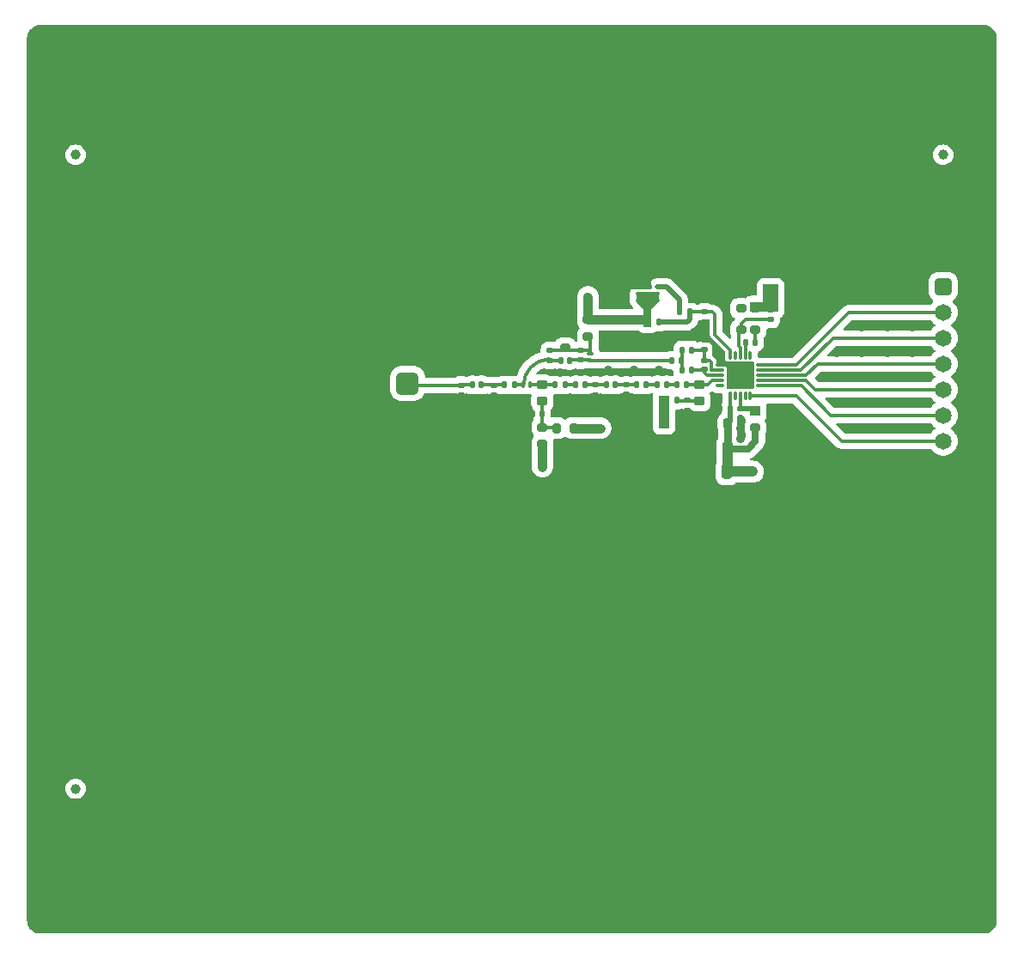
<source format=gbr>
%TF.GenerationSoftware,KiCad,Pcbnew,8.0.8*%
%TF.CreationDate,2025-03-29T16:24:55+01:00*%
%TF.ProjectId,rf,72662e6b-6963-4616-945f-706362585858,rev?*%
%TF.SameCoordinates,PX55d4a80PY8044ea0*%
%TF.FileFunction,Copper,L1,Top*%
%TF.FilePolarity,Positive*%
%FSLAX46Y46*%
G04 Gerber Fmt 4.6, Leading zero omitted, Abs format (unit mm)*
G04 Created by KiCad (PCBNEW 8.0.8) date 2025-03-29 16:24:55*
%MOMM*%
%LPD*%
G01*
G04 APERTURE LIST*
G04 Aperture macros list*
%AMRoundRect*
0 Rectangle with rounded corners*
0 $1 Rounding radius*
0 $2 $3 $4 $5 $6 $7 $8 $9 X,Y pos of 4 corners*
0 Add a 4 corners polygon primitive as box body*
4,1,4,$2,$3,$4,$5,$6,$7,$8,$9,$2,$3,0*
0 Add four circle primitives for the rounded corners*
1,1,$1+$1,$2,$3*
1,1,$1+$1,$4,$5*
1,1,$1+$1,$6,$7*
1,1,$1+$1,$8,$9*
0 Add four rect primitives between the rounded corners*
20,1,$1+$1,$2,$3,$4,$5,0*
20,1,$1+$1,$4,$5,$6,$7,0*
20,1,$1+$1,$6,$7,$8,$9,0*
20,1,$1+$1,$8,$9,$2,$3,0*%
G04 Aperture macros list end*
%TA.AperFunction,Conductor*%
%ADD10C,0.349000*%
%TD*%
%TA.AperFunction,SMDPad,CuDef*%
%ADD11RoundRect,0.125000X0.125000X0.205000X-0.125000X0.205000X-0.125000X-0.205000X0.125000X-0.205000X0*%
%TD*%
%TA.AperFunction,SMDPad,CuDef*%
%ADD12RoundRect,0.140000X-0.140000X-0.170000X0.140000X-0.170000X0.140000X0.170000X-0.140000X0.170000X0*%
%TD*%
%TA.AperFunction,SMDPad,CuDef*%
%ADD13C,1.000000*%
%TD*%
%TA.AperFunction,SMDPad,CuDef*%
%ADD14RoundRect,0.140000X0.140000X0.170000X-0.140000X0.170000X-0.140000X-0.170000X0.140000X-0.170000X0*%
%TD*%
%TA.AperFunction,SMDPad,CuDef*%
%ADD15RoundRect,0.135000X-0.135000X-0.185000X0.135000X-0.185000X0.135000X0.185000X-0.135000X0.185000X0*%
%TD*%
%TA.AperFunction,SMDPad,CuDef*%
%ADD16RoundRect,0.200000X0.275000X-0.200000X0.275000X0.200000X-0.275000X0.200000X-0.275000X-0.200000X0*%
%TD*%
%TA.AperFunction,SMDPad,CuDef*%
%ADD17RoundRect,0.225000X0.225000X0.250000X-0.225000X0.250000X-0.225000X-0.250000X0.225000X-0.250000X0*%
%TD*%
%TA.AperFunction,SMDPad,CuDef*%
%ADD18RoundRect,0.125000X-0.205000X0.125000X-0.205000X-0.125000X0.205000X-0.125000X0.205000X0.125000X0*%
%TD*%
%TA.AperFunction,ComponentPad*%
%ADD19C,0.800000*%
%TD*%
%TA.AperFunction,ComponentPad*%
%ADD20C,6.400000*%
%TD*%
%TA.AperFunction,SMDPad,CuDef*%
%ADD21RoundRect,0.087500X-0.212500X0.087500X-0.212500X-0.087500X0.212500X-0.087500X0.212500X0.087500X0*%
%TD*%
%TA.AperFunction,SMDPad,CuDef*%
%ADD22RoundRect,0.140000X-0.170000X0.140000X-0.170000X-0.140000X0.170000X-0.140000X0.170000X0.140000X0*%
%TD*%
%TA.AperFunction,ComponentPad*%
%ADD23RoundRect,0.250000X-0.575000X0.575000X-0.575000X-0.575000X0.575000X-0.575000X0.575000X0.575000X0*%
%TD*%
%TA.AperFunction,ComponentPad*%
%ADD24C,1.650000*%
%TD*%
%TA.AperFunction,SMDPad,CuDef*%
%ADD25RoundRect,0.135000X-0.185000X0.135000X-0.185000X-0.135000X0.185000X-0.135000X0.185000X0.135000X0*%
%TD*%
%TA.AperFunction,SMDPad,CuDef*%
%ADD26RoundRect,0.200000X-0.300000X0.200000X-0.300000X-0.200000X0.300000X-0.200000X0.300000X0.200000X0*%
%TD*%
%TA.AperFunction,SMDPad,CuDef*%
%ADD27RoundRect,0.200000X-0.275000X0.200000X-0.275000X-0.200000X0.275000X-0.200000X0.275000X0.200000X0*%
%TD*%
%TA.AperFunction,SMDPad,CuDef*%
%ADD28RoundRect,0.200000X0.200000X0.275000X-0.200000X0.275000X-0.200000X-0.275000X0.200000X-0.275000X0*%
%TD*%
%TA.AperFunction,SMDPad,CuDef*%
%ADD29RoundRect,0.225000X0.275000X-0.225000X0.275000X0.225000X-0.275000X0.225000X-0.275000X-0.225000X0*%
%TD*%
%TA.AperFunction,SMDPad,CuDef*%
%ADD30RoundRect,0.140000X0.170000X-0.140000X0.170000X0.140000X-0.170000X0.140000X-0.170000X-0.140000X0*%
%TD*%
%TA.AperFunction,SMDPad,CuDef*%
%ADD31RoundRect,0.125000X-0.125000X-0.205000X0.125000X-0.205000X0.125000X0.205000X-0.125000X0.205000X0*%
%TD*%
%TA.AperFunction,SMDPad,CuDef*%
%ADD32RoundRect,0.250000X0.250000X0.475000X-0.250000X0.475000X-0.250000X-0.475000X0.250000X-0.475000X0*%
%TD*%
%TA.AperFunction,SMDPad,CuDef*%
%ADD33RoundRect,0.135000X0.135000X0.185000X-0.135000X0.185000X-0.135000X-0.185000X0.135000X-0.185000X0*%
%TD*%
%TA.AperFunction,SMDPad,CuDef*%
%ADD34RoundRect,0.087500X-0.087500X-0.212500X0.087500X-0.212500X0.087500X0.212500X-0.087500X0.212500X0*%
%TD*%
%TA.AperFunction,SMDPad,CuDef*%
%ADD35RoundRect,0.075000X0.325000X-0.075000X0.325000X0.075000X-0.325000X0.075000X-0.325000X-0.075000X0*%
%TD*%
%TA.AperFunction,SMDPad,CuDef*%
%ADD36RoundRect,0.075000X-0.075000X-0.325000X0.075000X-0.325000X0.075000X0.325000X-0.075000X0.325000X0*%
%TD*%
%TA.AperFunction,HeatsinkPad*%
%ADD37RoundRect,0.250000X-1.125000X-1.125000X1.125000X-1.125000X1.125000X1.125000X-1.125000X1.125000X0*%
%TD*%
%TA.AperFunction,SMDPad,CuDef*%
%ADD38RoundRect,0.125000X0.205000X-0.125000X0.205000X0.125000X-0.205000X0.125000X-0.205000X-0.125000X0*%
%TD*%
%TA.AperFunction,SMDPad,CuDef*%
%ADD39RoundRect,0.100000X0.112500X-0.100000X0.112500X0.100000X-0.112500X0.100000X-0.112500X-0.100000X0*%
%TD*%
%TA.AperFunction,SMDPad,CuDef*%
%ADD40RoundRect,0.237500X0.337500X-0.237500X0.337500X0.237500X-0.337500X0.237500X-0.337500X-0.237500X0*%
%TD*%
%TA.AperFunction,SMDPad,CuDef*%
%ADD41RoundRect,0.120000X0.280000X-0.120000X0.280000X0.120000X-0.280000X0.120000X-0.280000X-0.120000X0*%
%TD*%
%TA.AperFunction,ComponentPad*%
%ADD42RoundRect,0.562500X0.562500X0.562500X-0.562500X0.562500X-0.562500X-0.562500X0.562500X-0.562500X0*%
%TD*%
%TA.AperFunction,ComponentPad*%
%ADD43C,2.550000*%
%TD*%
%TA.AperFunction,ViaPad*%
%ADD44C,0.900000*%
%TD*%
%TA.AperFunction,ViaPad*%
%ADD45C,0.700000*%
%TD*%
%TA.AperFunction,Conductor*%
%ADD46C,0.900000*%
%TD*%
%TA.AperFunction,Conductor*%
%ADD47C,0.300000*%
%TD*%
%TA.AperFunction,Conductor*%
%ADD48C,1.000000*%
%TD*%
%TA.AperFunction,Conductor*%
%ADD49C,0.500000*%
%TD*%
%TA.AperFunction,Conductor*%
%ADD50C,0.700000*%
%TD*%
%TA.AperFunction,Conductor*%
%ADD51C,0.800000*%
%TD*%
%TA.AperFunction,Conductor*%
%ADD52C,0.349300*%
%TD*%
G04 APERTURE END LIST*
D10*
%TO.N,Net-(D6-K)*%
X49136374Y54250000D02*
G75*
G02*
X51609867Y56859867I2613626J0D01*
G01*
%TD*%
D11*
%TO.P,L8,1,1*%
%TO.N,Net-(C31-Pad2)*%
X55200000Y54300000D03*
%TO.P,L8,2,2*%
%TO.N,/SW_Tx*%
X54300000Y54300000D03*
%TD*%
D12*
%TO.P,C34,1*%
%TO.N,Net-(D6-A)*%
X52270000Y54300000D03*
%TO.P,C34,2*%
%TO.N,/SW_Tx*%
X53230000Y54300000D03*
%TD*%
D13*
%TO.P,FID3,*%
%TO.N,*%
X5000000Y14500000D03*
%TD*%
D14*
%TO.P,C32,1*%
%TO.N,Net-(C32-Pad1)*%
X50960000Y51500000D03*
%TO.P,C32,2*%
%TO.N,GND*%
X50000000Y51500000D03*
%TD*%
D15*
%TO.P,R29,1*%
%TO.N,/SW*%
X61490000Y60500000D03*
%TO.P,R29,2*%
%TO.N,/SW_MOS*%
X62510000Y60500000D03*
%TD*%
D16*
%TO.P,R25,1*%
%TO.N,+3V3*%
X51000000Y48475000D03*
%TO.P,R25,2*%
%TO.N,Net-(C32-Pad1)*%
X51000000Y50125000D03*
%TD*%
D17*
%TO.P,C26,1*%
%TO.N,+3V3*%
X69300000Y50500000D03*
%TO.P,C26,2*%
%TO.N,GND*%
X67750000Y50500000D03*
%TD*%
D13*
%TO.P,FID2,*%
%TO.N,*%
X90500000Y77000000D03*
%TD*%
D18*
%TO.P,L6,1,1*%
%TO.N,Net-(C30-Pad2)*%
X59250000Y54300000D03*
%TO.P,L6,2,2*%
%TO.N,GND*%
X59250000Y53400000D03*
%TD*%
D19*
%TO.P,H3,1,1*%
%TO.N,GND*%
X88100000Y5500000D03*
X88802944Y7197056D03*
X88802944Y3802944D03*
X90500000Y7900000D03*
D20*
X90500000Y5500000D03*
D19*
X90500000Y3100000D03*
X92197056Y7197056D03*
X92197056Y3802944D03*
X92900000Y5500000D03*
%TD*%
D21*
%TO.P,D7,1,K*%
%TO.N,Net-(D7-K)*%
X55750000Y57400000D03*
%TO.P,D7,2,A*%
%TO.N,Net-(D7-A)*%
X55750000Y56750000D03*
%TD*%
D22*
%TO.P,C23,1*%
%TO.N,/VDD2*%
X70500000Y52000000D03*
%TO.P,C23,2*%
%TO.N,GND*%
X70500000Y51040000D03*
%TD*%
D14*
%TO.P,C27,1*%
%TO.N,+3V3*%
X69500000Y52000000D03*
%TO.P,C27,2*%
%TO.N,GND*%
X68540000Y52000000D03*
%TD*%
D11*
%TO.P,L5,1,1*%
%TO.N,Net-(C29-Pad2)*%
X63250000Y54300000D03*
%TO.P,L5,2,2*%
%TO.N,Net-(C30-Pad1)*%
X62350000Y54300000D03*
%TD*%
D23*
%TO.P,J1,1,1*%
%TO.N,+3V3*%
X90500000Y64000000D03*
D24*
%TO.P,J1,2,2*%
%TO.N,/nSEL_RF*%
X90500000Y61460000D03*
%TO.P,J1,3,3*%
%TO.N,/SDI_RF*%
X90500000Y58920000D03*
%TO.P,J1,4,4*%
%TO.N,/SDO_RF*%
X90500000Y56380000D03*
%TO.P,J1,5,5*%
%TO.N,/SCLK_RF*%
X90500000Y53840000D03*
%TO.P,J1,6,6*%
%TO.N,/nIRQ_RF*%
X90500000Y51300000D03*
%TO.P,J1,7,7*%
%TO.N,/COMMAND_DONE_RF*%
X90500000Y48760000D03*
%TO.P,J1,8,8*%
%TO.N,GND*%
X90500000Y46220000D03*
%TD*%
D25*
%TO.P,R31,1*%
%TO.N,/SW_MOS*%
X67000000Y61510000D03*
%TO.P,R31,2*%
%TO.N,GND*%
X67000000Y60490000D03*
%TD*%
D15*
%TO.P,R24,1*%
%TO.N,+3V3*%
X63240000Y52800000D03*
%TO.P,R24,2*%
%TO.N,Net-(C28-Pad2)*%
X64260000Y52800000D03*
%TD*%
D14*
%TO.P,C30,1*%
%TO.N,Net-(C30-Pad1)*%
X61250000Y54300000D03*
%TO.P,C30,2*%
%TO.N,Net-(C30-Pad2)*%
X60290000Y54300000D03*
%TD*%
D11*
%TO.P,L7,1,1*%
%TO.N,Net-(C30-Pad2)*%
X58200000Y54300000D03*
%TO.P,L7,2,2*%
%TO.N,Net-(C31-Pad2)*%
X57300000Y54300000D03*
%TD*%
D26*
%TO.P,TCXO1,1,N.C.*%
%TO.N,unconnected-(TCXO1-N.C.-Pad1)*%
X70600000Y61850000D03*
%TO.P,TCXO1,2,GND*%
%TO.N,/GNDX*%
X70600000Y59750000D03*
%TO.P,TCXO1,3,OUT*%
%TO.N,Net-(TCXO1-OUT)*%
X72000000Y59750000D03*
%TO.P,TCXO1,4,VCC*%
%TO.N,+3V3*%
X72000000Y61850000D03*
%TD*%
D11*
%TO.P,L4,1,1*%
%TO.N,/ANT*%
X45000000Y54300000D03*
%TO.P,L4,2,2*%
%TO.N,Net-(C22-Pad1)*%
X44100000Y54300000D03*
%TD*%
D27*
%TO.P,R28,1*%
%TO.N,GND*%
X53250000Y59650000D03*
%TO.P,R28,2*%
%TO.N,Net-(D7-K)*%
X53250000Y58000000D03*
%TD*%
D28*
%TO.P,R26,1*%
%TO.N,/SW*%
X54075000Y50050000D03*
%TO.P,R26,2*%
%TO.N,Net-(C32-Pad1)*%
X52425000Y50050000D03*
%TD*%
D16*
%TO.P,R27,1*%
%TO.N,Net-(D7-K)*%
X55500000Y59100000D03*
%TO.P,R27,2*%
%TO.N,/SW*%
X55500000Y60750000D03*
%TD*%
D22*
%TO.P,C20,1*%
%TO.N,GND*%
X67000000Y58750000D03*
%TO.P,C20,2*%
%TO.N,/Rx+*%
X67000000Y57790000D03*
%TD*%
D13*
%TO.P,FID1,*%
%TO.N,*%
X5000000Y77000000D03*
%TD*%
D19*
%TO.P,H4,1,1*%
%TO.N,GND*%
X3100000Y5500000D03*
X3802944Y7197056D03*
X3802944Y3802944D03*
X5500000Y7900000D03*
D20*
X5500000Y5500000D03*
D19*
X5500000Y3100000D03*
X7197056Y7197056D03*
X7197056Y3802944D03*
X7900000Y5500000D03*
%TD*%
D29*
%TO.P,FB2,1*%
%TO.N,Net-(C32-Pad1)*%
X51000000Y52700000D03*
%TO.P,FB2,2*%
%TO.N,Net-(D6-A)*%
X51000000Y54300000D03*
%TD*%
D30*
%TO.P,C31,1*%
%TO.N,GND*%
X56250000Y53340000D03*
%TO.P,C31,2*%
%TO.N,Net-(C31-Pad2)*%
X56250000Y54300000D03*
%TD*%
D31*
%TO.P,L9,1,1*%
%TO.N,Net-(D6-K)*%
X52800000Y56750000D03*
%TO.P,L9,2,2*%
%TO.N,Net-(D7-A)*%
X53700000Y56750000D03*
%TD*%
D32*
%TO.P,C25,1*%
%TO.N,+3V3*%
X69250000Y48000000D03*
%TO.P,C25,2*%
%TO.N,GND*%
X67350000Y48000000D03*
%TD*%
D33*
%TO.P,R30,1*%
%TO.N,/SW_MOS*%
X65510000Y61500000D03*
%TO.P,R30,2*%
%TO.N,Net-(Q6-GATE)*%
X64490000Y61500000D03*
%TD*%
D12*
%TO.P,C37,1*%
%TO.N,Net-(D7-A)*%
X63770000Y56750000D03*
%TO.P,C37,2*%
%TO.N,/SW_Rx*%
X64730000Y56750000D03*
%TD*%
D22*
%TO.P,C22,1*%
%TO.N,Net-(C22-Pad1)*%
X43000000Y54280000D03*
%TO.P,C22,2*%
%TO.N,GND*%
X43000000Y53320000D03*
%TD*%
D30*
%TO.P,C36,1*%
%TO.N,Net-(D7-A)*%
X54750000Y56770000D03*
%TO.P,C36,2*%
%TO.N,Net-(D7-K)*%
X54750000Y57730000D03*
%TD*%
%TO.P,C35,1*%
%TO.N,Net-(D6-K)*%
X51750000Y56750000D03*
%TO.P,C35,2*%
%TO.N,Net-(D7-K)*%
X51750000Y57710000D03*
%TD*%
D16*
%TO.P,R23,1*%
%TO.N,+3V3*%
X72000000Y50100000D03*
%TO.P,R23,2*%
%TO.N,/VDD2*%
X72000000Y51750000D03*
%TD*%
D34*
%TO.P,D6,1,K*%
%TO.N,Net-(D6-K)*%
X49100000Y54300000D03*
%TO.P,D6,2,A*%
%TO.N,Net-(D6-A)*%
X49750000Y54300000D03*
%TD*%
D32*
%TO.P,C24,1*%
%TO.N,+3V3*%
X69200000Y45750000D03*
%TO.P,C24,2*%
%TO.N,GND*%
X67300000Y45750000D03*
%TD*%
D12*
%TO.P,C33,1*%
%TO.N,/ANT*%
X47270000Y54300000D03*
%TO.P,C33,2*%
%TO.N,Net-(D6-K)*%
X48230000Y54300000D03*
%TD*%
D35*
%TO.P,IC8,1,SDN*%
%TO.N,GND*%
X68500000Y56250000D03*
%TO.P,IC8,2,RXP*%
%TO.N,/Rx+*%
X68500000Y55750000D03*
%TO.P,IC8,3,RXN*%
%TO.N,/Rx-*%
X68500000Y55250000D03*
%TO.P,IC8,4,TX*%
%TO.N,/Tx*%
X68500000Y54750000D03*
%TO.P,IC8,5,NC*%
%TO.N,unconnected-(IC8-NC-Pad5)*%
X68500000Y54250000D03*
D36*
%TO.P,IC8,6,VDD_1*%
%TO.N,+3V3*%
X69500000Y53250000D03*
%TO.P,IC8,7,TXRAMP*%
%TO.N,unconnected-(IC8-TXRAMP-Pad7)*%
X70000000Y53250000D03*
%TO.P,IC8,8,VDD_2*%
%TO.N,/VDD2*%
X70500000Y53250000D03*
%TO.P,IC8,9,GPIO0*%
%TO.N,unconnected-(IC8-GPIO0-Pad9)*%
X71000000Y53250000D03*
%TO.P,IC8,10,GPIO1*%
%TO.N,/COMMAND_DONE_RF*%
X71500000Y53250000D03*
D35*
%TO.P,IC8,11,NIRQ*%
%TO.N,/nIRQ_RF*%
X72500000Y54250000D03*
%TO.P,IC8,12,SCLK*%
%TO.N,/SCLK_RF*%
X72500000Y54750000D03*
%TO.P,IC8,13,SDO*%
%TO.N,/SDO_RF*%
X72500000Y55250000D03*
%TO.P,IC8,14,SDI*%
%TO.N,/SDI_RF*%
X72500000Y55750000D03*
%TO.P,IC8,15,NSEL*%
%TO.N,/nSEL_RF*%
X72500000Y56250000D03*
D36*
%TO.P,IC8,16,XOUT*%
%TO.N,unconnected-(IC8-XOUT-Pad16)*%
X71500000Y57250000D03*
%TO.P,IC8,17,XIN*%
%TO.N,/XIN*%
X71000000Y57250000D03*
%TO.P,IC8,18,GND_1*%
%TO.N,/GNDX*%
X70500000Y57250000D03*
%TO.P,IC8,19,GPIO2*%
%TO.N,unconnected-(IC8-GPIO2-Pad19)*%
X70000000Y57250000D03*
%TO.P,IC8,20,GPIO3*%
%TO.N,/SW_MOS*%
X69500000Y57250000D03*
D37*
%TO.P,IC8,21,GND_2*%
%TO.N,GND*%
X70500000Y55250000D03*
%TD*%
D14*
%TO.P,C19,1*%
%TO.N,/Rx-*%
X65730000Y55750000D03*
%TO.P,C19,2*%
%TO.N,/SW_Rx*%
X64770000Y55750000D03*
%TD*%
D11*
%TO.P,L3,1,1*%
%TO.N,/Rx+*%
X65700000Y57750000D03*
%TO.P,L3,2,2*%
%TO.N,/SW_Rx*%
X64800000Y57750000D03*
%TD*%
D19*
%TO.P,H1,1,1*%
%TO.N,GND*%
X3100000Y84500000D03*
X3802944Y86197056D03*
X3802944Y82802944D03*
X5500000Y86900000D03*
D20*
X5500000Y84500000D03*
D19*
X5500000Y82100000D03*
X7197056Y86197056D03*
X7197056Y82802944D03*
X7900000Y84500000D03*
%TD*%
D38*
%TO.P,L2,1,1*%
%TO.N,/Rx-*%
X67000000Y55850000D03*
%TO.P,L2,2,2*%
%TO.N,/Rx+*%
X67000000Y56750000D03*
%TD*%
D14*
%TO.P,C18,1*%
%TO.N,Net-(TCXO1-OUT)*%
X71960000Y58500000D03*
%TO.P,C18,2*%
%TO.N,/XIN*%
X71000000Y58500000D03*
%TD*%
D29*
%TO.P,FB1,1*%
%TO.N,Net-(C28-Pad2)*%
X66500000Y52750000D03*
%TO.P,FB1,2*%
%TO.N,/Tx*%
X66500000Y54350000D03*
%TD*%
D22*
%TO.P,C17,1*%
%TO.N,+3V3*%
X73500000Y61730000D03*
%TO.P,C17,2*%
%TO.N,/GNDX*%
X73500000Y60770000D03*
%TD*%
D19*
%TO.P,H2,1,1*%
%TO.N,GND*%
X88100000Y84500000D03*
X88802944Y86197056D03*
X88802944Y82802944D03*
X90500000Y86900000D03*
D20*
X90500000Y84500000D03*
D19*
X90500000Y82100000D03*
X92197056Y86197056D03*
X92197056Y82802944D03*
X92900000Y84500000D03*
%TD*%
D22*
%TO.P,C21,1*%
%TO.N,/ANT*%
X46250000Y54260000D03*
%TO.P,C21,2*%
%TO.N,GND*%
X46250000Y53300000D03*
%TD*%
D14*
%TO.P,C29,1*%
%TO.N,/Tx*%
X65210000Y54300000D03*
%TO.P,C29,2*%
%TO.N,Net-(C29-Pad2)*%
X64250000Y54300000D03*
%TD*%
D30*
%TO.P,C28,1*%
%TO.N,GND*%
X65250000Y51820000D03*
%TO.P,C28,2*%
%TO.N,Net-(C28-Pad2)*%
X65250000Y52780000D03*
%TD*%
D39*
%TO.P,Q6,1,DRAIN_1*%
%TO.N,/SW*%
X62338000Y62662000D03*
%TO.P,Q6,2,DRAIN_2*%
X62338000Y63312000D03*
%TO.P,Q6,3,GATE*%
%TO.N,Net-(Q6-GATE)*%
X62338000Y63962000D03*
%TO.P,Q6,4,SOURCE_1*%
%TO.N,GND*%
X60462000Y63962000D03*
%TO.P,Q6,5,DRAIN_3*%
%TO.N,/SW*%
X60462000Y63312000D03*
%TO.P,Q6,6,DRAIN_4*%
X60462000Y62662000D03*
D40*
%TO.P,Q6,7,DRAIN_5*%
X61400000Y62987000D03*
D41*
%TO.P,Q6,8,SOURCE_2*%
%TO.N,GND*%
X61400000Y64002000D03*
%TD*%
D42*
%TO.P,J5,1,1*%
%TO.N,Net-(C22-Pad1)*%
X37710000Y54460000D03*
D43*
%TO.P,J5,2,2*%
%TO.N,GND*%
X40250000Y51920000D03*
%TO.P,J5,3,3*%
X35170000Y51920000D03*
%TO.P,J5,4,4*%
X35170000Y57000000D03*
%TO.P,J5,5,5*%
X40250000Y57000000D03*
%TD*%
D44*
%TO.N,GND*%
X30500000Y47500000D03*
X66000000Y59500000D03*
%TO.N,+3V3*%
X71750000Y45750000D03*
X63000000Y51500000D03*
X51000000Y47250000D03*
X73500000Y63750000D03*
X73500000Y62750000D03*
X63000000Y50500000D03*
X51000000Y46250000D03*
X70750000Y45750000D03*
%TO.N,GND*%
X87500000Y52500000D03*
X53000000Y67500000D03*
X94500000Y37750000D03*
X58000000Y42500000D03*
X85000000Y52500000D03*
X57500000Y55750000D03*
X45500000Y42500000D03*
X48000000Y67500000D03*
X73000000Y42500000D03*
X61250000Y64500000D03*
X75500000Y45000000D03*
X30500000Y67500000D03*
X94500000Y52250000D03*
X1500000Y81250000D03*
X94500000Y1500000D03*
X68000000Y42500000D03*
X75500000Y42500000D03*
X87500000Y57500000D03*
D45*
X71250000Y54500000D03*
D44*
X82500000Y50000000D03*
X30500000Y50000000D03*
X46250000Y52000000D03*
X33000000Y42500000D03*
X87500000Y55000000D03*
X85000000Y55000000D03*
X38000000Y42500000D03*
X58000000Y67500000D03*
X67000000Y59000000D03*
X60000000Y55750000D03*
X66250000Y45750000D03*
X43000000Y52000000D03*
X63500000Y88500000D03*
X94500000Y8750000D03*
X87500000Y60000000D03*
X1500000Y30500000D03*
X75500000Y65000000D03*
X67350000Y48000000D03*
X68000000Y52000000D03*
X68000000Y67500000D03*
X94500000Y23250000D03*
X68500000Y57250000D03*
X62500000Y58750000D03*
X48000000Y1500000D03*
X46250000Y53000000D03*
X60500000Y42500000D03*
X73000000Y67500000D03*
X40250000Y88500000D03*
X94500000Y88500000D03*
X1500000Y52250000D03*
X85000000Y60000000D03*
X65250000Y50250000D03*
X63000000Y42500000D03*
X17000000Y1500000D03*
X1500000Y45000000D03*
X85000000Y50000000D03*
X65250000Y51250000D03*
X24750000Y1500000D03*
X60000000Y64500000D03*
X94500000Y81250000D03*
X67300000Y45750000D03*
X59250000Y52000000D03*
X75500000Y57500000D03*
X40500000Y42500000D03*
X75500000Y47500000D03*
X24750000Y88500000D03*
X46250000Y55750000D03*
X55750000Y1500000D03*
X94500000Y30500000D03*
X79000000Y1500000D03*
X30500000Y42500000D03*
X60500000Y67500000D03*
D45*
X69750000Y54500000D03*
D44*
X70500000Y67500000D03*
X55750000Y88500000D03*
X38000000Y67500000D03*
X87500000Y50000000D03*
X50500000Y67500000D03*
X48000000Y88500000D03*
X52750000Y55500000D03*
X30500000Y55000000D03*
X1500000Y74000000D03*
X1500000Y16000000D03*
X53250000Y60750000D03*
X86750000Y1500000D03*
X30500000Y60000000D03*
X32500000Y88500000D03*
D45*
X70500000Y55250000D03*
D44*
X1500000Y23250000D03*
X65500000Y67500000D03*
X94500000Y66750000D03*
X17000000Y88500000D03*
X1500000Y1500000D03*
X86750000Y88500000D03*
X82500000Y60000000D03*
X82500000Y57500000D03*
X63500000Y1500000D03*
X43000000Y53000000D03*
X70500000Y42500000D03*
X40500000Y67500000D03*
X67000000Y60250000D03*
X71250000Y88500000D03*
X75500000Y62500000D03*
X75500000Y50000000D03*
X30500000Y57500000D03*
X85000000Y57500000D03*
X48000000Y42500000D03*
D45*
X69750000Y56000000D03*
D44*
X82500000Y55000000D03*
X80000000Y52500000D03*
X70500000Y50000000D03*
X1500000Y59500000D03*
X70500000Y49000000D03*
X53250000Y59750000D03*
X82500000Y52500000D03*
X9250000Y88500000D03*
X59250000Y53000000D03*
X45500000Y67500000D03*
X75500000Y60000000D03*
X49500000Y51500000D03*
X43000000Y55750000D03*
X43000000Y42500000D03*
X50500000Y42500000D03*
X35500000Y67500000D03*
X55500000Y42500000D03*
X57500000Y58750000D03*
X66250000Y48000000D03*
X75500000Y67500000D03*
X63000000Y67500000D03*
X1500000Y88500000D03*
X30500000Y52500000D03*
X56250000Y53000000D03*
X32500000Y1500000D03*
X56250000Y52000000D03*
X1500000Y8750000D03*
X60000000Y58750000D03*
X94500000Y74000000D03*
X30500000Y65000000D03*
X79000000Y88500000D03*
X80000000Y57500000D03*
X62500000Y55750000D03*
X66750000Y50500000D03*
X67750000Y50500000D03*
X30500000Y62500000D03*
X94500000Y16000000D03*
X1500000Y37750000D03*
X9250000Y1500000D03*
X43000000Y67500000D03*
X94500000Y59500000D03*
X55500000Y67500000D03*
D45*
X71250000Y56000000D03*
D44*
X53000000Y42500000D03*
X53250000Y52000000D03*
X94500000Y45000000D03*
X35500000Y42500000D03*
X80000000Y55000000D03*
X71250000Y1500000D03*
X65500000Y42500000D03*
X30500000Y45000000D03*
X40250000Y1500000D03*
X33000000Y67500000D03*
X1500000Y66750000D03*
X48500000Y51500000D03*
%TO.N,/SW*%
X55500000Y63000000D03*
X56750000Y50050000D03*
X55500000Y50050000D03*
X55500000Y62000000D03*
%TD*%
D46*
%TO.N,/SW*%
X55500000Y62000000D02*
X55500000Y63000000D01*
D47*
%TO.N,/GNDX*%
X70500000Y57250000D02*
X70500000Y57993154D01*
X70500000Y57993154D02*
X70370000Y58123154D01*
X70600000Y59750000D02*
X70600000Y60350000D01*
X70370000Y59520000D02*
X70600000Y59750000D01*
X71020000Y60770000D02*
X73500000Y60770000D01*
X70370000Y58123154D02*
X70370000Y59520000D01*
X70600000Y60350000D02*
X71020000Y60770000D01*
D48*
%TO.N,+3V3*%
X69200000Y45750000D02*
X70750000Y45750000D01*
D49*
X69500000Y52000000D02*
X69500000Y50700000D01*
D48*
X70750000Y45750000D02*
X71750000Y45750000D01*
D47*
X69500000Y52000000D02*
X69500000Y53250000D01*
D50*
X71250000Y48000000D02*
X72000000Y48750000D01*
D49*
X69500000Y50700000D02*
X69300000Y50500000D01*
D48*
X69250000Y45800000D02*
X69200000Y45750000D01*
D50*
X72000000Y48750000D02*
X72000000Y49850000D01*
D51*
X69300000Y48050000D02*
X69250000Y48000000D01*
D46*
X51000000Y47250000D02*
X51000000Y46250000D01*
D50*
X69250000Y48000000D02*
X71250000Y48000000D01*
D51*
X69300000Y50500000D02*
X69300000Y48050000D01*
D48*
X69250000Y48000000D02*
X69250000Y45800000D01*
D46*
X51000000Y48475000D02*
X51000000Y47250000D01*
D52*
%TO.N,Net-(TCXO1-OUT)*%
X71960000Y58500000D02*
X71960000Y59710000D01*
X71960000Y59710000D02*
X72000000Y59750000D01*
D47*
%TO.N,/XIN*%
X71000000Y57250000D02*
X71000000Y58500000D01*
%TO.N,/Rx+*%
X67680000Y55820000D02*
X67680000Y56545350D01*
X68500000Y55750000D02*
X67750000Y55750000D01*
X67750000Y55750000D02*
X67680000Y55820000D01*
D52*
X67000000Y57790000D02*
X67000000Y56750000D01*
X67680000Y56545350D02*
X67475350Y56750000D01*
X66960000Y57750000D02*
X67000000Y57790000D01*
X65700000Y57750000D02*
X66960000Y57750000D01*
X67475350Y56750000D02*
X67000000Y56750000D01*
%TO.N,/SW_Rx*%
X64800000Y55780000D02*
X64770000Y55750000D01*
X64800000Y57750000D02*
X64800000Y55780000D01*
%TO.N,/Rx-*%
X65730000Y55750000D02*
X66900000Y55750000D01*
X67000000Y55500000D02*
X67250000Y55250000D01*
D47*
X68500000Y55250000D02*
X67725350Y55250000D01*
D52*
X67250000Y55250000D02*
X67725350Y55250000D01*
X67000000Y55850000D02*
X67000000Y55500000D01*
X66900000Y55750000D02*
X67000000Y55850000D01*
D47*
%TO.N,GND*%
X68500000Y56250000D02*
X69250000Y56250000D01*
D50*
X70500000Y51040000D02*
X70500000Y50000000D01*
X70500000Y50000000D02*
X70500000Y49000000D01*
D52*
%TO.N,/ANT*%
X47270000Y54300000D02*
X45000000Y54300000D01*
%TO.N,Net-(C22-Pad1)*%
X42970000Y54250000D02*
X37920000Y54250000D01*
X37920000Y54250000D02*
X37710000Y54460000D01*
X44100000Y54300000D02*
X43020000Y54300000D01*
X43020000Y54300000D02*
X43000000Y54280000D01*
X43000000Y54280000D02*
X42970000Y54250000D01*
D47*
%TO.N,/VDD2*%
X70500000Y53250000D02*
X70500000Y52000000D01*
D52*
%TO.N,Net-(C28-Pad2)*%
X66500000Y52750000D02*
X64310000Y52750000D01*
X64310000Y52750000D02*
X64260000Y52800000D01*
D47*
%TO.N,/Tx*%
X68500000Y54750000D02*
X67750000Y54750000D01*
D52*
X66500000Y54350000D02*
X65260000Y54350000D01*
X65260000Y54350000D02*
X65210000Y54300000D01*
D47*
X67750000Y54750000D02*
X67500000Y54500000D01*
D52*
X66500000Y54350000D02*
X67350000Y54350000D01*
X67350000Y54350000D02*
X67500000Y54500000D01*
%TO.N,Net-(C29-Pad2)*%
X64250000Y54300000D02*
X63250000Y54300000D01*
%TO.N,Net-(C30-Pad1)*%
X62350000Y54300000D02*
X61250000Y54300000D01*
%TO.N,Net-(C30-Pad2)*%
X60290000Y54300000D02*
X58200000Y54300000D01*
%TO.N,Net-(C31-Pad2)*%
X57300000Y54300000D02*
X55200000Y54300000D01*
%TO.N,Net-(C32-Pad1)*%
X52350000Y50125000D02*
X52425000Y50050000D01*
X50960000Y51550000D02*
X50960000Y50165000D01*
X51000000Y51590000D02*
X50960000Y51550000D01*
X51000000Y50125000D02*
X52350000Y50125000D01*
X51000000Y52750000D02*
X51000000Y51590000D01*
X50960000Y50165000D02*
X51000000Y50125000D01*
%TO.N,Net-(D6-K)*%
X49100000Y54300000D02*
X48230000Y54300000D01*
X52800000Y56750000D02*
X51750000Y56750000D01*
%TO.N,Net-(D6-A)*%
X52270000Y54300000D02*
X49750000Y54300000D01*
%TO.N,/SW_Tx*%
X54300000Y54300000D02*
X53230000Y54300000D01*
%TO.N,Net-(D7-K)*%
X55750000Y57500000D02*
X55750000Y58850000D01*
X54730000Y57710000D02*
X54750000Y57730000D01*
X54750000Y57730000D02*
X55730000Y57730000D01*
X55750000Y58850000D02*
X55500000Y59100000D01*
X55750000Y57400000D02*
X55750000Y57500000D01*
X51750000Y57710000D02*
X51750000Y57750000D01*
X55750000Y57500000D02*
X55750000Y57750000D01*
X55730000Y57730000D02*
X55750000Y57750000D01*
X51750000Y57710000D02*
X54730000Y57710000D01*
%TO.N,Net-(D7-A)*%
X53720000Y56770000D02*
X53700000Y56750000D01*
X55750000Y56750000D02*
X63770000Y56750000D01*
X54750000Y56770000D02*
X53720000Y56770000D01*
X54750000Y56770000D02*
X55730000Y56770000D01*
X55730000Y56770000D02*
X55750000Y56750000D01*
D47*
%TO.N,/SCLK_RF*%
X77910000Y53840000D02*
X90500000Y53840000D01*
X77000000Y54750000D02*
X77910000Y53840000D01*
X72500000Y54750000D02*
X77000000Y54750000D01*
%TO.N,/nSEL_RF*%
X81210000Y61460000D02*
X90500000Y61460000D01*
X76000000Y56250000D02*
X81210000Y61460000D01*
X72500000Y56250000D02*
X76000000Y56250000D01*
%TO.N,/SW_MOS*%
X69500000Y57250000D02*
X69500000Y57750000D01*
X68000000Y59250000D02*
X68000000Y61250000D01*
X69500000Y57750000D02*
X68000000Y59250000D01*
D49*
X65510000Y60760000D02*
X65250000Y60500000D01*
X65250000Y60500000D02*
X62510000Y60500000D01*
D47*
X68000000Y61250000D02*
X67750000Y61500000D01*
X67750000Y61500000D02*
X65510000Y61500000D01*
D49*
X65510000Y61500000D02*
X65510000Y60760000D01*
D47*
%TO.N,/SDI_RF*%
X72500000Y55750000D02*
X76468750Y55750000D01*
X79638750Y58920000D02*
X90500000Y58920000D01*
X76468750Y55750000D02*
X79638750Y58920000D01*
%TO.N,/nIRQ_RF*%
X90500000Y51300000D02*
X79450000Y51300000D01*
X76500000Y54250000D02*
X72500000Y54250000D01*
X79450000Y51300000D02*
X76500000Y54250000D01*
%TO.N,/SDO_RF*%
X77000000Y55250000D02*
X78130000Y56380000D01*
X78130000Y56380000D02*
X90500000Y56380000D01*
X72500000Y55250000D02*
X77000000Y55250000D01*
%TO.N,/COMMAND_DONE_RF*%
X80490000Y48760000D02*
X90500000Y48760000D01*
X76000000Y53250000D02*
X80490000Y48760000D01*
X71500000Y53250000D02*
X76000000Y53250000D01*
%TO.N,/SW*%
X61490000Y62897000D02*
X61400000Y62987000D01*
D46*
X55250000Y50050000D02*
X56750000Y50050000D01*
X54075000Y50050000D02*
X55250000Y50050000D01*
X55500000Y62000000D02*
X55500000Y60750000D01*
D47*
X61490000Y60500000D02*
X61490000Y62897000D01*
D46*
X55500000Y60750000D02*
X61090000Y60750000D01*
D47*
X61165000Y60825000D02*
X61490000Y60500000D01*
D49*
%TO.N,Net-(Q6-GATE)*%
X64490000Y62760000D02*
X63288000Y63962000D01*
X63288000Y63962000D02*
X62338000Y63962000D01*
X64490000Y61500000D02*
X64490000Y62760000D01*
%TD*%
%TA.AperFunction,Conductor*%
%TO.N,GND*%
G36*
X55385496Y55989237D02*
G01*
X55412574Y55980799D01*
X55481893Y55974500D01*
X56018106Y55974501D01*
X56018116Y55974501D01*
X56020923Y55974628D01*
X56020926Y55974549D01*
X56027573Y55974850D01*
X63165393Y55974850D01*
X63230489Y55956389D01*
X63314921Y55904310D01*
X63479239Y55849861D01*
X63580657Y55839500D01*
X63765500Y55839501D01*
X63832539Y55819817D01*
X63878294Y55767013D01*
X63889500Y55715502D01*
X63889500Y55530666D01*
X63889501Y55530647D01*
X63899860Y55429240D01*
X63899861Y55429236D01*
X63935136Y55322784D01*
X63937538Y55252955D01*
X63901806Y55192913D01*
X63856434Y55166074D01*
X63799932Y55147351D01*
X63730104Y55144949D01*
X63695830Y55159519D01*
X63683701Y55167001D01*
X63683698Y55167003D01*
X63683697Y55167003D01*
X63660994Y55174526D01*
X63522709Y55220349D01*
X63423346Y55230500D01*
X63076662Y55230500D01*
X63076644Y55230499D01*
X62977292Y55220350D01*
X62977285Y55220348D01*
X62839003Y55174526D01*
X62769175Y55172124D01*
X62760997Y55174526D01*
X62622711Y55220349D01*
X62523346Y55230500D01*
X62176662Y55230500D01*
X62176644Y55230499D01*
X62077292Y55220350D01*
X62077289Y55220349D01*
X61916305Y55167004D01*
X61916300Y55167002D01*
X61884442Y55147351D01*
X61858509Y55131356D01*
X61791119Y55112916D01*
X61728317Y55131357D01*
X61705087Y55145686D01*
X61705081Y55145689D01*
X61705079Y55145690D01*
X61671104Y55156948D01*
X61540762Y55200139D01*
X61439344Y55210500D01*
X61060664Y55210500D01*
X61060646Y55210499D01*
X60959239Y55200140D01*
X60959232Y55200138D01*
X60809003Y55150358D01*
X60739174Y55147957D01*
X60730997Y55150358D01*
X60580764Y55200139D01*
X60479344Y55210500D01*
X60100664Y55210500D01*
X60100646Y55210499D01*
X59999239Y55200140D01*
X59999236Y55200139D01*
X59834923Y55145691D01*
X59834914Y55145686D01*
X59797347Y55122515D01*
X59729954Y55104075D01*
X59693247Y55110348D01*
X59602709Y55140349D01*
X59503346Y55150500D01*
X58996662Y55150500D01*
X58996644Y55150499D01*
X58897293Y55140350D01*
X58808812Y55111031D01*
X58738984Y55108631D01*
X58704713Y55123200D01*
X58633705Y55166999D01*
X58633699Y55167002D01*
X58633697Y55167003D01*
X58610994Y55174526D01*
X58472709Y55220349D01*
X58373346Y55230500D01*
X58026662Y55230500D01*
X58026644Y55230499D01*
X57927292Y55220350D01*
X57927285Y55220348D01*
X57789003Y55174526D01*
X57719175Y55172124D01*
X57710997Y55174526D01*
X57572711Y55220349D01*
X57473346Y55230500D01*
X57126662Y55230500D01*
X57126644Y55230499D01*
X57027292Y55220350D01*
X57027289Y55220349D01*
X56866305Y55167004D01*
X56866296Y55167000D01*
X56815537Y55135691D01*
X56748144Y55117251D01*
X56711437Y55123524D01*
X56706596Y55125128D01*
X56659878Y55140609D01*
X56570762Y55170139D01*
X56469344Y55180500D01*
X56030664Y55180500D01*
X56030646Y55180499D01*
X55929239Y55170140D01*
X55929232Y55170138D01*
X55788561Y55123525D01*
X55718732Y55121124D01*
X55684463Y55135692D01*
X55633708Y55166997D01*
X55633701Y55167001D01*
X55633697Y55167003D01*
X55610994Y55174526D01*
X55472709Y55220349D01*
X55373346Y55230500D01*
X55026662Y55230500D01*
X55026644Y55230499D01*
X54927292Y55220350D01*
X54927285Y55220348D01*
X54789003Y55174526D01*
X54719175Y55172124D01*
X54710997Y55174526D01*
X54572711Y55220349D01*
X54473346Y55230500D01*
X54126662Y55230500D01*
X54126644Y55230499D01*
X54027292Y55220350D01*
X54027289Y55220349D01*
X53866305Y55167004D01*
X53866294Y55166999D01*
X53823511Y55140609D01*
X53756119Y55122168D01*
X53693316Y55140609D01*
X53690037Y55142632D01*
X53685083Y55145688D01*
X53685080Y55145690D01*
X53685079Y55145690D01*
X53651104Y55156948D01*
X53520762Y55200139D01*
X53419344Y55210500D01*
X53040664Y55210500D01*
X53040646Y55210499D01*
X52939239Y55200140D01*
X52939232Y55200138D01*
X52789003Y55150358D01*
X52719174Y55147957D01*
X52710997Y55150358D01*
X52560764Y55200139D01*
X52459344Y55210500D01*
X52080664Y55210500D01*
X52080646Y55210499D01*
X51979237Y55200139D01*
X51882909Y55168220D01*
X51813080Y55165819D01*
X51766219Y55189278D01*
X51722209Y55224654D01*
X51561350Y55304433D01*
X51387102Y55347766D01*
X51387103Y55347766D01*
X51362910Y55349407D01*
X51346784Y55350500D01*
X50653216Y55350500D01*
X50639777Y55349589D01*
X50612896Y55347766D01*
X50612894Y55347765D01*
X50567306Y55336428D01*
X50497497Y55339352D01*
X50440352Y55379554D01*
X50414012Y55444268D01*
X50426841Y55512950D01*
X50447373Y55542053D01*
X50499947Y55597526D01*
X50512494Y55609058D01*
X50697070Y55756583D01*
X50711102Y55766294D01*
X50914204Y55887040D01*
X50929447Y55894733D01*
X51108121Y55969949D01*
X51177543Y55977816D01*
X51221324Y55961201D01*
X51264921Y55934310D01*
X51429239Y55879861D01*
X51530657Y55869500D01*
X51969342Y55869501D01*
X51969350Y55869502D01*
X51969353Y55869502D01*
X52051348Y55877878D01*
X52070761Y55879861D01*
X52211440Y55926478D01*
X52281266Y55928879D01*
X52315535Y55914311D01*
X52366303Y55882997D01*
X52527292Y55829651D01*
X52626655Y55819500D01*
X52973344Y55819501D01*
X52973352Y55819502D01*
X52973355Y55819502D01*
X53027760Y55825060D01*
X53072708Y55829651D01*
X53211000Y55875477D01*
X53280824Y55877878D01*
X53288961Y55875489D01*
X53427292Y55829651D01*
X53526655Y55819500D01*
X53873344Y55819501D01*
X53873352Y55819502D01*
X53873355Y55819502D01*
X53927760Y55825060D01*
X53972708Y55829651D01*
X54133697Y55882997D01*
X54133699Y55882999D01*
X54133701Y55882999D01*
X54205551Y55927318D01*
X54272943Y55945760D01*
X54309654Y55939487D01*
X54325278Y55934310D01*
X54429239Y55899861D01*
X54530657Y55889500D01*
X54969342Y55889501D01*
X54969350Y55889502D01*
X54969353Y55889502D01*
X55024885Y55895175D01*
X55070761Y55899861D01*
X55235079Y55954310D01*
X55270873Y55976389D01*
X55335970Y55994850D01*
X55348611Y55994850D01*
X55385496Y55989237D01*
G37*
%TD.AperFunction*%
%TD*%
%TA.AperFunction,Conductor*%
%TO.N,GND*%
G36*
X67500000Y59250000D02*
G01*
X67549500Y59200500D01*
X67549500Y59190690D01*
X67557854Y59159514D01*
X67557854Y59159512D01*
X67580199Y59076118D01*
X67580203Y59076109D01*
X67639508Y58973390D01*
X67639509Y58973389D01*
X67639511Y58973386D01*
X69000000Y57612897D01*
X69000000Y56750000D01*
X69000000Y56157418D01*
X68933626Y56189866D01*
X68860640Y56200500D01*
X68860636Y56200500D01*
X68559309Y56200500D01*
X68204500Y56200500D01*
X68152174Y56222174D01*
X68130500Y56274500D01*
X68130500Y56381061D01*
X68133022Y56400214D01*
X68155149Y56482793D01*
X68155150Y56482793D01*
X68155150Y56607907D01*
X68155149Y56607908D01*
X68122770Y56728749D01*
X68122769Y56728751D01*
X68060215Y56837099D01*
X67767099Y57130215D01*
X67750000Y57140088D01*
X67750000Y58250000D01*
X67500000Y58500000D01*
X66750000Y58500000D01*
X66750000Y60750000D01*
X67500000Y60750000D01*
X67500000Y59250000D01*
G37*
%TD.AperFunction*%
%TD*%
%TA.AperFunction,Conductor*%
%TO.N,/SW*%
G36*
X60642596Y63499227D02*
G01*
X60667479Y63495603D01*
X60670816Y63496452D01*
X60674663Y63495792D01*
X60681157Y63494500D01*
X60681159Y63494500D01*
X61750000Y63494500D01*
X61770502Y63498578D01*
X61784938Y63500000D01*
X62119491Y63500000D01*
X62139882Y63495945D01*
X62140129Y63496864D01*
X62144811Y63495610D01*
X62144814Y63495608D01*
X62272108Y63461500D01*
X62426000Y63461500D01*
X62478326Y63439826D01*
X62500000Y63387500D01*
X62500000Y62530652D01*
X62478326Y62478326D01*
X61750000Y61750000D01*
X61750000Y60074000D01*
X61728326Y60021674D01*
X61676000Y60000000D01*
X61074000Y60000000D01*
X61021674Y60021674D01*
X61000000Y60074000D01*
X61000000Y61750000D01*
X60271674Y62478326D01*
X60250000Y62530652D01*
X60250000Y63426000D01*
X60271674Y63478326D01*
X60324000Y63500000D01*
X60631928Y63500000D01*
X60642596Y63499227D01*
G37*
%TD.AperFunction*%
%TD*%
%TA.AperFunction,Conductor*%
%TO.N,+3V3*%
G36*
X74228326Y64228326D02*
G01*
X74250000Y64176000D01*
X74250000Y61574000D01*
X74228326Y61521674D01*
X74176000Y61500000D01*
X71574000Y61500000D01*
X71521674Y61521674D01*
X71500000Y61574000D01*
X71500000Y62426000D01*
X71521674Y62478326D01*
X71574000Y62500000D01*
X72750000Y62500000D01*
X72750000Y64176000D01*
X72771674Y64228326D01*
X72824000Y64250000D01*
X74176000Y64250000D01*
X74228326Y64228326D01*
G37*
%TD.AperFunction*%
%TD*%
%TA.AperFunction,Conductor*%
%TO.N,+3V3*%
G36*
X63478326Y53228326D02*
G01*
X63500000Y53176000D01*
X63500000Y50074000D01*
X63478326Y50021674D01*
X63426000Y50000000D01*
X62574000Y50000000D01*
X62521674Y50021674D01*
X62500000Y50074000D01*
X62500000Y53176000D01*
X62521674Y53228326D01*
X62574000Y53250000D01*
X63426000Y53250000D01*
X63478326Y53228326D01*
G37*
%TD.AperFunction*%
%TD*%
%TA.AperFunction,Conductor*%
%TO.N,GND*%
G36*
X61750000Y63750000D02*
G01*
X60681157Y63750000D01*
X60675894Y63752573D01*
X60607764Y63762500D01*
X60607760Y63762500D01*
X60316240Y63762500D01*
X60316235Y63762500D01*
X60248106Y63752573D01*
X60248105Y63752573D01*
X60242842Y63750000D01*
X58750000Y63750000D01*
X58750000Y66500000D01*
X61750000Y66500000D01*
X61750000Y63750000D01*
G37*
%TD.AperFunction*%
%TD*%
%TA.AperFunction,Conductor*%
%TO.N,/VDD2*%
G36*
X72478326Y52228326D02*
G01*
X72500000Y52176000D01*
X72500000Y51324000D01*
X72478326Y51271674D01*
X72426000Y51250000D01*
X71574000Y51250000D01*
X71521674Y51271674D01*
X71500000Y51324000D01*
X71500000Y51750000D01*
X70324000Y51750000D01*
X70271674Y51771674D01*
X70250000Y51824000D01*
X70250000Y52176000D01*
X70271674Y52228326D01*
X70324000Y52250000D01*
X72426000Y52250000D01*
X72478326Y52228326D01*
G37*
%TD.AperFunction*%
%TD*%
%TA.AperFunction,Conductor*%
%TO.N,GND*%
G36*
X69115173Y56703790D02*
G01*
X69115174Y56703789D01*
X69203789Y56615174D01*
X69316375Y56560134D01*
X69389364Y56549500D01*
X69389370Y56549500D01*
X69610630Y56549500D01*
X69610636Y56549500D01*
X69683625Y56560134D01*
X69717498Y56576695D01*
X69774026Y56580205D01*
X69782496Y56576697D01*
X69797637Y56569295D01*
X69816372Y56560135D01*
X69816373Y56560135D01*
X69816375Y56560134D01*
X69889364Y56549500D01*
X69889370Y56549500D01*
X70110630Y56549500D01*
X70110636Y56549500D01*
X70183625Y56560134D01*
X70217498Y56576695D01*
X70274026Y56580205D01*
X70282496Y56576697D01*
X70297637Y56569295D01*
X70316372Y56560135D01*
X70316373Y56560135D01*
X70316375Y56560134D01*
X70389364Y56549500D01*
X70389370Y56549500D01*
X70610630Y56549500D01*
X70610636Y56549500D01*
X70683625Y56560134D01*
X70717498Y56576695D01*
X70774026Y56580205D01*
X70782496Y56576697D01*
X70797637Y56569295D01*
X70816372Y56560135D01*
X70816373Y56560135D01*
X70816375Y56560134D01*
X70889364Y56549500D01*
X70889370Y56549500D01*
X71110630Y56549500D01*
X71110636Y56549500D01*
X71183625Y56560134D01*
X71217498Y56576695D01*
X71274026Y56580205D01*
X71282496Y56576697D01*
X71297637Y56569295D01*
X71316372Y56560135D01*
X71316373Y56560135D01*
X71316375Y56560134D01*
X71389364Y56549500D01*
X71389370Y56549500D01*
X71610630Y56549500D01*
X71610636Y56549500D01*
X71683625Y56560134D01*
X71737484Y56586465D01*
X71794009Y56589974D01*
X71836463Y56552484D01*
X71839973Y56495956D01*
X71836463Y56487483D01*
X71810134Y56433628D01*
X71810134Y56433626D01*
X71799500Y56360641D01*
X71799500Y56139360D01*
X71810134Y56066374D01*
X71826694Y56032500D01*
X71830203Y55975971D01*
X71826694Y55967500D01*
X71810134Y55933627D01*
X71799500Y55860641D01*
X71799500Y55639360D01*
X71810134Y55566374D01*
X71826694Y55532500D01*
X71830203Y55475971D01*
X71826694Y55467500D01*
X71810134Y55433627D01*
X71799500Y55360641D01*
X71799500Y55139360D01*
X71810134Y55066374D01*
X71826694Y55032500D01*
X71830203Y54975971D01*
X71826694Y54967500D01*
X71810134Y54933627D01*
X71799500Y54860641D01*
X71799500Y54639360D01*
X71810134Y54566374D01*
X71826694Y54532500D01*
X71830203Y54475971D01*
X71826694Y54467500D01*
X71810134Y54433627D01*
X71799500Y54360641D01*
X71799500Y54139360D01*
X71810134Y54066375D01*
X71810134Y54066374D01*
X71836463Y54012518D01*
X71839972Y53955990D01*
X71802482Y53913537D01*
X71745954Y53910028D01*
X71737482Y53913537D01*
X71683626Y53939866D01*
X71610640Y53950500D01*
X71610636Y53950500D01*
X71389364Y53950500D01*
X71389359Y53950500D01*
X71316373Y53939866D01*
X71282500Y53923306D01*
X71225971Y53919797D01*
X71217500Y53923306D01*
X71183626Y53939866D01*
X71110640Y53950500D01*
X71110636Y53950500D01*
X70889364Y53950500D01*
X70889359Y53950500D01*
X70816373Y53939866D01*
X70782500Y53923306D01*
X70725971Y53919797D01*
X70717500Y53923306D01*
X70683626Y53939866D01*
X70610640Y53950500D01*
X70610636Y53950500D01*
X70389364Y53950500D01*
X70389359Y53950500D01*
X70316373Y53939866D01*
X70282500Y53923306D01*
X70225971Y53919797D01*
X70217500Y53923306D01*
X70183626Y53939866D01*
X70110640Y53950500D01*
X70110636Y53950500D01*
X69889364Y53950500D01*
X69889359Y53950500D01*
X69816373Y53939866D01*
X69782500Y53923306D01*
X69725971Y53919797D01*
X69717500Y53923306D01*
X69683626Y53939866D01*
X69610640Y53950500D01*
X69610636Y53950500D01*
X69389364Y53950500D01*
X69389359Y53950500D01*
X69316374Y53939866D01*
X69316372Y53939866D01*
X69262517Y53913537D01*
X69205989Y53910028D01*
X69163536Y53947518D01*
X69160027Y54004046D01*
X69163528Y54012501D01*
X69189866Y54066375D01*
X69200500Y54139364D01*
X69200500Y54360636D01*
X69189866Y54433625D01*
X69173305Y54467499D01*
X69169795Y54524026D01*
X69173306Y54532502D01*
X69189865Y54566373D01*
X69189864Y54566373D01*
X69189866Y54566375D01*
X69200500Y54639364D01*
X69200500Y54860636D01*
X69189866Y54933625D01*
X69173305Y54967499D01*
X69169795Y55024026D01*
X69173306Y55032502D01*
X69189865Y55066373D01*
X69189864Y55066373D01*
X69189866Y55066375D01*
X69200500Y55139364D01*
X69200500Y55360636D01*
X69189866Y55433625D01*
X69173305Y55467499D01*
X69169795Y55524026D01*
X69173306Y55532502D01*
X69189865Y55566373D01*
X69189864Y55566373D01*
X69189866Y55566375D01*
X69200500Y55639364D01*
X69200500Y55860636D01*
X69189866Y55933625D01*
X69134826Y56046211D01*
X69046211Y56134826D01*
X69046210Y56134827D01*
X69000000Y56157418D01*
X69000000Y56750000D01*
X69092582Y56750000D01*
X69115173Y56703790D01*
G37*
%TD.AperFunction*%
%TD*%
%TA.AperFunction,Conductor*%
%TO.N,GND*%
G36*
X70827774Y51127821D02*
G01*
X70885173Y51123544D01*
X70940983Y51081507D01*
X70956055Y51054948D01*
X70961162Y51042621D01*
X70962264Y51039960D01*
X70962265Y51039958D01*
X71041299Y50903068D01*
X71041301Y50903066D01*
X71043366Y50901001D01*
X71044550Y50898832D01*
X71046246Y50896622D01*
X71045901Y50896358D01*
X71076851Y50839678D01*
X71071867Y50769986D01*
X71060679Y50747348D01*
X70999211Y50649524D01*
X70939631Y50479255D01*
X70939630Y50479250D01*
X70924500Y50344961D01*
X70924500Y49855040D01*
X70939630Y49720751D01*
X70939631Y49720746D01*
X70999211Y49550476D01*
X71030493Y49500693D01*
X71049500Y49434720D01*
X71049500Y49195072D01*
X71029815Y49128033D01*
X71013181Y49107391D01*
X70892609Y48986819D01*
X70831286Y48953334D01*
X70804928Y48950500D01*
X70424500Y48950500D01*
X70357461Y48970185D01*
X70311706Y49022989D01*
X70300500Y49074500D01*
X70300500Y49932650D01*
X70304165Y49962576D01*
X70304431Y49963649D01*
X70304433Y49963651D01*
X70347766Y50137900D01*
X70350500Y50178216D01*
X70350500Y50821784D01*
X70350500Y50995501D01*
X70370185Y51062540D01*
X70422989Y51108295D01*
X70474500Y51119501D01*
X70719336Y51119501D01*
X70719342Y51119501D01*
X70820761Y51129861D01*
X70820761Y51129862D01*
X70827496Y51130549D01*
X70827774Y51127821D01*
G37*
%TD.AperFunction*%
%TA.AperFunction,Conductor*%
G36*
X89287492Y50529815D02*
G01*
X89324262Y50493321D01*
X89371225Y50421438D01*
X89531223Y50247636D01*
X89531233Y50247627D01*
X89685118Y50127853D01*
X89725931Y50071143D01*
X89729606Y50001370D01*
X89694974Y49940687D01*
X89685118Y49932147D01*
X89531233Y49812374D01*
X89531223Y49812365D01*
X89371225Y49638563D01*
X89324262Y49566679D01*
X89271116Y49521322D01*
X89220453Y49510500D01*
X80852230Y49510500D01*
X80785191Y49530185D01*
X80764549Y49546819D01*
X79973549Y50337819D01*
X79940064Y50399142D01*
X79945048Y50468834D01*
X79986920Y50524767D01*
X80052384Y50549184D01*
X80061230Y50549500D01*
X89220453Y50549500D01*
X89287492Y50529815D01*
G37*
%TD.AperFunction*%
%TA.AperFunction,Conductor*%
G36*
X89287492Y53069815D02*
G01*
X89324262Y53033321D01*
X89371225Y52961438D01*
X89531223Y52787636D01*
X89531233Y52787627D01*
X89685118Y52667853D01*
X89725931Y52611143D01*
X89729606Y52541370D01*
X89694974Y52480687D01*
X89685118Y52472147D01*
X89531233Y52352374D01*
X89531223Y52352365D01*
X89371225Y52178563D01*
X89324262Y52106679D01*
X89271116Y52061322D01*
X89220453Y52050500D01*
X79812230Y52050500D01*
X79745191Y52070185D01*
X79724549Y52086819D01*
X78933549Y52877819D01*
X78900064Y52939142D01*
X78905048Y53008834D01*
X78946920Y53064767D01*
X79012384Y53089184D01*
X79021230Y53089500D01*
X89220453Y53089500D01*
X89287492Y53069815D01*
G37*
%TD.AperFunction*%
%TA.AperFunction,Conductor*%
G36*
X89287492Y55609815D02*
G01*
X89324262Y55573321D01*
X89371225Y55501438D01*
X89531223Y55327636D01*
X89531233Y55327627D01*
X89685118Y55207853D01*
X89725931Y55151143D01*
X89729606Y55081370D01*
X89694974Y55020687D01*
X89685118Y55012147D01*
X89531233Y54892374D01*
X89531223Y54892365D01*
X89371225Y54718563D01*
X89324262Y54646679D01*
X89271116Y54601322D01*
X89220453Y54590500D01*
X78272229Y54590500D01*
X78205190Y54610185D01*
X78184548Y54626819D01*
X77899048Y54912319D01*
X77865563Y54973642D01*
X77870547Y55043334D01*
X77899048Y55087681D01*
X78404548Y55593181D01*
X78465871Y55626666D01*
X78492229Y55629500D01*
X89220453Y55629500D01*
X89287492Y55609815D01*
G37*
%TD.AperFunction*%
%TA.AperFunction,Conductor*%
G36*
X89287492Y58149815D02*
G01*
X89324262Y58113321D01*
X89371225Y58041438D01*
X89531223Y57867636D01*
X89531233Y57867627D01*
X89685118Y57747853D01*
X89725931Y57691143D01*
X89729606Y57621370D01*
X89694974Y57560687D01*
X89685118Y57552147D01*
X89531233Y57432374D01*
X89531223Y57432365D01*
X89371225Y57258563D01*
X89324262Y57186679D01*
X89271116Y57141322D01*
X89220453Y57130500D01*
X79209980Y57130500D01*
X79142941Y57150185D01*
X79097186Y57202989D01*
X79087242Y57272147D01*
X79116267Y57335703D01*
X79122299Y57342181D01*
X79913299Y58133181D01*
X79974622Y58166666D01*
X80000980Y58169500D01*
X89220453Y58169500D01*
X89287492Y58149815D01*
G37*
%TD.AperFunction*%
%TA.AperFunction,Conductor*%
G36*
X66507645Y60702019D02*
G01*
X66665256Y60649791D01*
X66750000Y60641134D01*
X66750000Y58667369D01*
X66679239Y58660140D01*
X66679236Y58660139D01*
X66514923Y58605691D01*
X66514912Y58605686D01*
X66414277Y58543612D01*
X66349180Y58525150D01*
X66317779Y58525150D01*
X66252682Y58543612D01*
X66133705Y58616999D01*
X66133699Y58617002D01*
X66133697Y58617003D01*
X66110209Y58624786D01*
X65972709Y58670349D01*
X65873346Y58680500D01*
X65526662Y58680500D01*
X65526644Y58680499D01*
X65427292Y58670350D01*
X65427285Y58670348D01*
X65289003Y58624526D01*
X65219175Y58622124D01*
X65210997Y58624526D01*
X65072711Y58670349D01*
X64973346Y58680500D01*
X64626662Y58680500D01*
X64626644Y58680499D01*
X64527292Y58670350D01*
X64527289Y58670349D01*
X64366305Y58617004D01*
X64366294Y58616999D01*
X64221959Y58527971D01*
X64221955Y58527968D01*
X64102032Y58408045D01*
X64102029Y58408041D01*
X64013001Y58263706D01*
X64012996Y58263695D01*
X63959651Y58102710D01*
X63949500Y58003353D01*
X63949500Y57784500D01*
X63929815Y57717461D01*
X63877011Y57671706D01*
X63825501Y57660500D01*
X63580665Y57660500D01*
X63580646Y57660499D01*
X63479239Y57650140D01*
X63479236Y57650139D01*
X63314923Y57595691D01*
X63314916Y57595688D01*
X63258173Y57560687D01*
X63230489Y57543612D01*
X63165393Y57525150D01*
X56762639Y57525150D01*
X56695600Y57544835D01*
X56649845Y57597639D01*
X56644254Y57612259D01*
X56594495Y57771938D01*
X56594494Y57771940D01*
X56543033Y57857068D01*
X56525150Y57921217D01*
X56525150Y58599031D01*
X56532109Y58639986D01*
X56542733Y58670348D01*
X56560368Y58720745D01*
X56575500Y58855046D01*
X56575500Y59344954D01*
X56564725Y59440589D01*
X56560369Y59479250D01*
X56560366Y59479263D01*
X56541022Y59534545D01*
X56537460Y59604324D01*
X56572188Y59664951D01*
X56634182Y59697179D01*
X56658063Y59699500D01*
X60444520Y59699500D01*
X60511559Y59679815D01*
X60534993Y59658257D01*
X60535552Y59658815D01*
X60541298Y59653069D01*
X60541299Y59653068D01*
X60653070Y59541298D01*
X60789960Y59462264D01*
X60805849Y59455683D01*
X60842275Y59440594D01*
X60842284Y59440591D01*
X60842286Y59440590D01*
X60917285Y59415132D01*
X61074000Y59394500D01*
X61074007Y59394500D01*
X61675989Y59394500D01*
X61676000Y59394500D01*
X61755032Y59399680D01*
X61755035Y59399681D01*
X61755037Y59399681D01*
X61787298Y59408326D01*
X61907714Y59440590D01*
X61960040Y59462264D01*
X61960042Y59462265D01*
X62096932Y59541299D01*
X62111809Y59556176D01*
X62173131Y59589663D01*
X62218446Y59589738D01*
X62218522Y59590479D01*
X62225255Y59589792D01*
X62225256Y59589791D01*
X62325989Y59579500D01*
X62694010Y59579501D01*
X62694018Y59579502D01*
X62694021Y59579502D01*
X62756379Y59585872D01*
X62794744Y59589791D01*
X62955940Y59643207D01*
X62994942Y59649500D01*
X65333768Y59649500D01*
X65333769Y59649501D01*
X65498082Y59682184D01*
X65546161Y59702099D01*
X65652863Y59746296D01*
X65792162Y59839373D01*
X66170627Y60217838D01*
X66263704Y60357138D01*
X66303105Y60452262D01*
X66327816Y60511918D01*
X66341644Y60581438D01*
X66347028Y60608503D01*
X66379412Y60670414D01*
X66440128Y60704988D01*
X66507645Y60702019D01*
G37*
%TD.AperFunction*%
%TA.AperFunction,Conductor*%
G36*
X89287492Y60689815D02*
G01*
X89324262Y60653321D01*
X89371225Y60581438D01*
X89531223Y60407636D01*
X89531233Y60407627D01*
X89685118Y60287853D01*
X89725931Y60231143D01*
X89729606Y60161370D01*
X89694974Y60100687D01*
X89685118Y60092147D01*
X89531233Y59972374D01*
X89531223Y59972365D01*
X89371225Y59798563D01*
X89324262Y59726679D01*
X89271116Y59681322D01*
X89220453Y59670500D01*
X80781229Y59670500D01*
X80714190Y59690185D01*
X80668435Y59742989D01*
X80658491Y59812147D01*
X80687516Y59875703D01*
X80693548Y59882181D01*
X81484548Y60673181D01*
X81545871Y60706666D01*
X81572229Y60709500D01*
X89220453Y60709500D01*
X89287492Y60689815D01*
G37*
%TD.AperFunction*%
%TA.AperFunction,Conductor*%
G36*
X94504853Y89799119D02*
G01*
X94693563Y89784267D01*
X94712772Y89781224D01*
X94892085Y89738175D01*
X94910577Y89732167D01*
X95046833Y89675728D01*
X95080946Y89661597D01*
X95098283Y89652763D01*
X95255504Y89556418D01*
X95271246Y89544981D01*
X95411464Y89425223D01*
X95425222Y89411465D01*
X95544980Y89271247D01*
X95556417Y89255505D01*
X95652762Y89098284D01*
X95661596Y89080947D01*
X95732163Y88910585D01*
X95738176Y88892079D01*
X95781222Y88712778D01*
X95784266Y88693560D01*
X95799118Y88504854D01*
X95799500Y88495125D01*
X95799500Y1504876D01*
X95799118Y1495147D01*
X95784266Y1306441D01*
X95781222Y1287223D01*
X95738176Y1107922D01*
X95732163Y1089416D01*
X95661596Y919054D01*
X95652762Y901717D01*
X95556417Y744496D01*
X95544980Y728754D01*
X95425222Y588536D01*
X95411464Y574778D01*
X95271246Y455020D01*
X95255504Y443583D01*
X95098283Y347238D01*
X95080946Y338404D01*
X94910584Y267837D01*
X94892078Y261824D01*
X94712777Y218778D01*
X94693559Y215734D01*
X94504854Y200882D01*
X94495125Y200500D01*
X1504875Y200500D01*
X1495146Y200882D01*
X1306440Y215734D01*
X1287222Y218778D01*
X1107921Y261824D01*
X1089415Y267837D01*
X919053Y338404D01*
X901716Y347238D01*
X744495Y443583D01*
X728753Y455020D01*
X588535Y574778D01*
X574777Y588536D01*
X455019Y728754D01*
X443582Y744496D01*
X347237Y901717D01*
X338403Y919054D01*
X324272Y953167D01*
X267833Y1089423D01*
X261825Y1107915D01*
X218776Y1287228D01*
X215733Y1306441D01*
X200882Y1495147D01*
X200500Y1504876D01*
X200500Y14500000D01*
X3994659Y14500000D01*
X4013975Y14303871D01*
X4071188Y14115267D01*
X4164086Y13941468D01*
X4164090Y13941461D01*
X4289116Y13789117D01*
X4441460Y13664091D01*
X4441467Y13664087D01*
X4615266Y13571189D01*
X4615269Y13571189D01*
X4615273Y13571186D01*
X4803868Y13513976D01*
X5000000Y13494659D01*
X5196132Y13513976D01*
X5384727Y13571186D01*
X5558538Y13664090D01*
X5710883Y13789117D01*
X5835910Y13941462D01*
X5928814Y14115273D01*
X5986024Y14303868D01*
X6005341Y14500000D01*
X5986024Y14696132D01*
X5928814Y14884727D01*
X5928811Y14884731D01*
X5928811Y14884734D01*
X5835913Y15058533D01*
X5835909Y15058540D01*
X5710883Y15210884D01*
X5558539Y15335910D01*
X5558532Y15335914D01*
X5384733Y15428812D01*
X5384727Y15428814D01*
X5196132Y15486024D01*
X5196129Y15486025D01*
X5000000Y15505341D01*
X4803870Y15486025D01*
X4615266Y15428812D01*
X4441467Y15335914D01*
X4441460Y15335910D01*
X4289116Y15210884D01*
X4164090Y15058540D01*
X4164086Y15058533D01*
X4071188Y14884734D01*
X4013975Y14696130D01*
X3994659Y14500000D01*
X200500Y14500000D01*
X200500Y55094282D01*
X35984500Y55094282D01*
X35984500Y53825719D01*
X35990717Y53736138D01*
X35990718Y53736129D01*
X36040062Y53526334D01*
X36040067Y53526319D01*
X36127120Y53329164D01*
X36127124Y53329156D01*
X36127125Y53329155D01*
X36248932Y53151338D01*
X36401338Y52998932D01*
X36456073Y52961438D01*
X36579155Y52877125D01*
X36579163Y52877121D01*
X36776318Y52790068D01*
X36776325Y52790065D01*
X36776331Y52790064D01*
X36776333Y52790063D01*
X36986128Y52740719D01*
X36986135Y52740719D01*
X36986136Y52740718D01*
X37004053Y52739475D01*
X37075718Y52734500D01*
X37075722Y52734500D01*
X38344282Y52734500D01*
X38404002Y52738646D01*
X38433864Y52740718D01*
X38433865Y52740719D01*
X38433871Y52740719D01*
X38633330Y52787632D01*
X38643675Y52790065D01*
X38840845Y52877125D01*
X39018662Y52998932D01*
X39171068Y53151338D01*
X39292875Y53329155D01*
X39324570Y53400938D01*
X39369655Y53454312D01*
X39436441Y53474840D01*
X39438004Y53474850D01*
X42464828Y53474850D01*
X42507659Y53465357D01*
X42508066Y53466582D01*
X42514919Y53464312D01*
X42514921Y53464310D01*
X42679239Y53409861D01*
X42780657Y53399500D01*
X43219342Y53399501D01*
X43219350Y53399502D01*
X43219353Y53399502D01*
X43281006Y53405800D01*
X43320761Y53409861D01*
X43485079Y53464310D01*
X43485200Y53464385D01*
X43485293Y53464411D01*
X43491621Y53467361D01*
X43492124Y53466281D01*
X43552584Y53482833D01*
X43615403Y53464393D01*
X43666303Y53432997D01*
X43827292Y53379651D01*
X43926655Y53369500D01*
X44273344Y53369501D01*
X44273352Y53369502D01*
X44273355Y53369502D01*
X44327760Y53375060D01*
X44372708Y53379651D01*
X44511000Y53425477D01*
X44580824Y53427878D01*
X44588961Y53425489D01*
X44727292Y53379651D01*
X44826655Y53369500D01*
X45173344Y53369501D01*
X45173352Y53369502D01*
X45173355Y53369502D01*
X45227760Y53375060D01*
X45272708Y53379651D01*
X45433697Y53432997D01*
X45543382Y53500653D01*
X45610774Y53519093D01*
X45673576Y53500652D01*
X45764912Y53444315D01*
X45764915Y53444314D01*
X45764921Y53444310D01*
X45929239Y53389861D01*
X46030657Y53379500D01*
X46469342Y53379501D01*
X46469350Y53379502D01*
X46469353Y53379502D01*
X46524885Y53385175D01*
X46570761Y53389861D01*
X46735079Y53444310D01*
X46735088Y53444316D01*
X46736128Y53444800D01*
X46736919Y53444921D01*
X46741934Y53446582D01*
X46742217Y53445726D01*
X46805205Y53455297D01*
X46827533Y53450131D01*
X46979239Y53399861D01*
X47080657Y53389500D01*
X47459342Y53389501D01*
X47459350Y53389502D01*
X47459353Y53389502D01*
X47514885Y53395175D01*
X47560761Y53399861D01*
X47710997Y53449645D01*
X47780824Y53452046D01*
X47788988Y53449649D01*
X47939239Y53399861D01*
X48040657Y53389500D01*
X48419342Y53389501D01*
X48419350Y53389502D01*
X48419353Y53389502D01*
X48474885Y53395175D01*
X48520761Y53399861D01*
X48669932Y53449292D01*
X48739758Y53451693D01*
X48745824Y53449970D01*
X48763972Y53444315D01*
X48887574Y53405799D01*
X48956893Y53399500D01*
X49243106Y53399501D01*
X49243114Y53399501D01*
X49312419Y53405798D01*
X49312420Y53405798D01*
X49312422Y53405799D01*
X49312426Y53405799D01*
X49388112Y53429385D01*
X49457967Y53430536D01*
X49461842Y53429399D01*
X49537574Y53405799D01*
X49606893Y53399500D01*
X49838969Y53399501D01*
X49906009Y53379817D01*
X49951764Y53327013D01*
X49961708Y53257854D01*
X49950061Y53220412D01*
X49945568Y53211353D01*
X49902234Y53037103D01*
X49899500Y52996782D01*
X49899500Y52403219D01*
X49902234Y52362898D01*
X49945567Y52188650D01*
X50025346Y52027791D01*
X50077314Y51963139D01*
X50103972Y51898555D01*
X50098373Y51846453D01*
X50089861Y51820765D01*
X50089861Y51820763D01*
X50079500Y51719351D01*
X50079500Y51280665D01*
X50079501Y51280647D01*
X50089860Y51179240D01*
X50089861Y51179237D01*
X50144309Y51014924D01*
X50144314Y51014914D01*
X50145690Y51012683D01*
X50146166Y51010942D01*
X50147364Y51008373D01*
X50146925Y51008169D01*
X50164128Y50945290D01*
X50143203Y50878627D01*
X50127831Y50859910D01*
X50095184Y50827263D01*
X49999211Y50674524D01*
X49939631Y50504255D01*
X49939630Y50504250D01*
X49924500Y50369961D01*
X49924500Y49880040D01*
X49939630Y49745751D01*
X49939631Y49745746D01*
X49999211Y49575477D01*
X50095184Y49422738D01*
X50130241Y49387681D01*
X50163726Y49326358D01*
X50158742Y49256666D01*
X50130241Y49212319D01*
X50095184Y49177263D01*
X49999211Y49024524D01*
X49939631Y48854255D01*
X49939630Y48854250D01*
X49924500Y48719961D01*
X49924500Y48230040D01*
X49939630Y48095754D01*
X49939631Y48095747D01*
X49942541Y48087433D01*
X49949500Y48046477D01*
X49949500Y47307701D01*
X49948903Y47295547D01*
X49944417Y47250001D01*
X49948903Y47204455D01*
X49949500Y47192301D01*
X49949500Y46307701D01*
X49948903Y46295547D01*
X49944417Y46250001D01*
X49948903Y46204455D01*
X49949500Y46192301D01*
X49949500Y46146535D01*
X49949501Y46146532D01*
X49958428Y46101652D01*
X49960213Y46089617D01*
X49964700Y46044066D01*
X49964700Y46044064D01*
X49977984Y46000270D01*
X49980940Y45988469D01*
X49989868Y45943586D01*
X49989870Y45943578D01*
X50007379Y45901308D01*
X50011478Y45889854D01*
X50024766Y45846051D01*
X50024768Y45846046D01*
X50046346Y45805677D01*
X50051545Y45794684D01*
X50069057Y45752405D01*
X50094486Y45714347D01*
X50100739Y45703914D01*
X50122316Y45663548D01*
X50151345Y45628176D01*
X50158593Y45618403D01*
X50184022Y45580346D01*
X50184025Y45580342D01*
X50216383Y45547985D01*
X50224556Y45538968D01*
X50253590Y45503590D01*
X50288966Y45474558D01*
X50297983Y45466385D01*
X50330341Y45434026D01*
X50330346Y45434022D01*
X50368395Y45408599D01*
X50378170Y45401350D01*
X50413550Y45372315D01*
X50413552Y45372314D01*
X50413555Y45372312D01*
X50453916Y45350738D01*
X50464349Y45344485D01*
X50502402Y45319059D01*
X50544689Y45301544D01*
X50555677Y45296346D01*
X50596043Y45274769D01*
X50596045Y45274769D01*
X50596046Y45274768D01*
X50639848Y45261482D01*
X50651295Y45257386D01*
X50693580Y45239870D01*
X50707517Y45237098D01*
X50738471Y45230940D01*
X50750274Y45227984D01*
X50766710Y45222999D01*
X50794066Y45214700D01*
X50839615Y45210215D01*
X50851629Y45208433D01*
X50896535Y45199500D01*
X50942299Y45199500D01*
X50954453Y45198903D01*
X51000000Y45194417D01*
X51045547Y45198903D01*
X51057701Y45199500D01*
X51103468Y45199500D01*
X51130201Y45204819D01*
X51148356Y45208431D01*
X51160382Y45210215D01*
X51205934Y45214700D01*
X51249741Y45227990D01*
X51261515Y45230939D01*
X51306420Y45239870D01*
X51348720Y45257393D01*
X51360141Y45261479D01*
X51403954Y45274768D01*
X51444332Y45296352D01*
X51455304Y45301542D01*
X51497598Y45319059D01*
X51535668Y45344498D01*
X51546085Y45350740D01*
X51586450Y45372315D01*
X51621834Y45401356D01*
X51631585Y45408587D01*
X51669655Y45434023D01*
X51702033Y45466403D01*
X51711020Y45474548D01*
X51746410Y45503590D01*
X51775452Y45538980D01*
X51783597Y45547967D01*
X51815977Y45580345D01*
X51841413Y45618415D01*
X51848644Y45628166D01*
X51877685Y45663550D01*
X51899262Y45703919D01*
X51905502Y45714332D01*
X51930941Y45752402D01*
X51948458Y45794696D01*
X51953648Y45805668D01*
X51975232Y45846046D01*
X51988521Y45889859D01*
X51992607Y45901280D01*
X52010130Y45943580D01*
X52019061Y45988485D01*
X52022014Y46000270D01*
X52035300Y46044066D01*
X52039785Y46089618D01*
X52041571Y46101652D01*
X52050500Y46146532D01*
X52050500Y46192301D01*
X52051097Y46204455D01*
X52055583Y46250000D01*
X52051097Y46295547D01*
X52050500Y46307701D01*
X52050500Y47192301D01*
X52051097Y47204455D01*
X52055583Y47250000D01*
X52051097Y47295547D01*
X52050500Y47307701D01*
X52050500Y48046477D01*
X52057459Y48087433D01*
X52060368Y48095745D01*
X52075500Y48230046D01*
X52075500Y48719954D01*
X52072405Y48747422D01*
X52062356Y48836617D01*
X52074411Y48905439D01*
X52121760Y48956818D01*
X52185576Y48974500D01*
X52669957Y48974500D01*
X52669958Y48974501D01*
X52737104Y48982066D01*
X52804249Y48989631D01*
X52804252Y48989632D01*
X52804255Y48989632D01*
X52974522Y49049211D01*
X53127262Y49145184D01*
X53162319Y49180241D01*
X53223642Y49213726D01*
X53293334Y49208742D01*
X53337681Y49180241D01*
X53372738Y49145184D01*
X53525478Y49049211D01*
X53667544Y48999500D01*
X53695745Y48989632D01*
X53695750Y48989631D01*
X53786246Y48979435D01*
X53830040Y48974501D01*
X53830043Y48974500D01*
X53830046Y48974500D01*
X54319957Y48974500D01*
X54319958Y48974501D01*
X54454255Y48989632D01*
X54462569Y48992542D01*
X54503523Y48999500D01*
X55146535Y48999500D01*
X55442299Y48999500D01*
X55454453Y48998903D01*
X55500000Y48994417D01*
X55545547Y48998903D01*
X55557701Y48999500D01*
X56692299Y48999500D01*
X56704453Y48998903D01*
X56750000Y48994417D01*
X56795547Y48998903D01*
X56807701Y48999500D01*
X56853468Y48999500D01*
X56880201Y49004819D01*
X56898356Y49008431D01*
X56910382Y49010215D01*
X56955934Y49014700D01*
X56999741Y49027990D01*
X57011515Y49030939D01*
X57056420Y49039870D01*
X57098720Y49057393D01*
X57110141Y49061479D01*
X57153954Y49074768D01*
X57194332Y49096352D01*
X57205304Y49101542D01*
X57247598Y49119059D01*
X57285668Y49144498D01*
X57296085Y49150740D01*
X57336450Y49172315D01*
X57371834Y49201356D01*
X57381585Y49208587D01*
X57419655Y49234023D01*
X57452033Y49266403D01*
X57461020Y49274548D01*
X57496410Y49303590D01*
X57525452Y49338980D01*
X57533597Y49347967D01*
X57565977Y49380345D01*
X57591413Y49418415D01*
X57598644Y49428166D01*
X57627685Y49463550D01*
X57649262Y49503919D01*
X57655502Y49514332D01*
X57680941Y49552402D01*
X57698458Y49594696D01*
X57703648Y49605668D01*
X57725232Y49646046D01*
X57738521Y49689859D01*
X57742607Y49701280D01*
X57760130Y49743580D01*
X57769061Y49788485D01*
X57772010Y49800259D01*
X57785300Y49844066D01*
X57789785Y49889618D01*
X57791571Y49901652D01*
X57800500Y49946532D01*
X57800500Y49992301D01*
X57801097Y50004455D01*
X57805583Y50050000D01*
X57801097Y50095547D01*
X57800500Y50107701D01*
X57800500Y50153465D01*
X57795576Y50178216D01*
X57791567Y50198371D01*
X57789785Y50210385D01*
X57785300Y50255934D01*
X57772016Y50299726D01*
X57769060Y50311529D01*
X57760131Y50356413D01*
X57760130Y50356420D01*
X57742614Y50398705D01*
X57738518Y50410152D01*
X57725232Y50453954D01*
X57725231Y50453955D01*
X57725231Y50453957D01*
X57703654Y50494323D01*
X57698456Y50505311D01*
X57680941Y50547598D01*
X57655515Y50585651D01*
X57649262Y50596084D01*
X57627688Y50636445D01*
X57627684Y50636451D01*
X57598650Y50671830D01*
X57591401Y50681605D01*
X57565978Y50719654D01*
X57565974Y50719659D01*
X57533615Y50752017D01*
X57525442Y50761034D01*
X57496408Y50796412D01*
X57461033Y50825443D01*
X57452015Y50833617D01*
X57419658Y50865975D01*
X57419654Y50865978D01*
X57381597Y50891407D01*
X57371824Y50898655D01*
X57336452Y50927684D01*
X57296086Y50949261D01*
X57285653Y50955514D01*
X57247595Y50980943D01*
X57205316Y50998455D01*
X57194323Y51003654D01*
X57153954Y51025232D01*
X57110146Y51038522D01*
X57098692Y51042621D01*
X57056422Y51060130D01*
X57056414Y51060132D01*
X57011531Y51069060D01*
X56999730Y51072016D01*
X56955935Y51085300D01*
X56910383Y51089787D01*
X56898353Y51091572D01*
X56853465Y51100500D01*
X56853463Y51100500D01*
X56807701Y51100500D01*
X56795547Y51101097D01*
X56750000Y51105583D01*
X56704453Y51101097D01*
X56692299Y51100500D01*
X55557701Y51100500D01*
X55545547Y51101097D01*
X55500000Y51105583D01*
X55454453Y51101097D01*
X55442299Y51100500D01*
X54503523Y51100500D01*
X54462569Y51107459D01*
X54457400Y51109268D01*
X54454253Y51110369D01*
X54454246Y51110370D01*
X54319960Y51125500D01*
X54319954Y51125500D01*
X53830046Y51125500D01*
X53830039Y51125500D01*
X53695750Y51110370D01*
X53695745Y51110369D01*
X53525476Y51050789D01*
X53372737Y50954816D01*
X53337681Y50919759D01*
X53276358Y50886274D01*
X53206666Y50891258D01*
X53162319Y50919759D01*
X53127262Y50954816D01*
X52974523Y51050789D01*
X52804254Y51110369D01*
X52804249Y51110370D01*
X52669960Y51125500D01*
X52669954Y51125500D01*
X52180046Y51125500D01*
X52180039Y51125500D01*
X52045750Y51110370D01*
X52045739Y51110367D01*
X51998987Y51094008D01*
X51929209Y51090447D01*
X51868582Y51125177D01*
X51836355Y51187170D01*
X51834676Y51223653D01*
X51840499Y51280651D01*
X51840500Y51280657D01*
X51840499Y51719342D01*
X51832841Y51794309D01*
X51845611Y51863001D01*
X51859551Y51884597D01*
X51863727Y51889792D01*
X51974653Y52027790D01*
X52054433Y52188651D01*
X52097766Y52362900D01*
X52100500Y52403216D01*
X52100500Y52996784D01*
X52097766Y53037100D01*
X52054433Y53211349D01*
X52054430Y53211354D01*
X52052114Y53217661D01*
X52053529Y53218182D01*
X52042747Y53279200D01*
X52069718Y53343655D01*
X52127253Y53383296D01*
X52165983Y53389501D01*
X52459342Y53389501D01*
X52459350Y53389502D01*
X52459353Y53389502D01*
X52514885Y53395175D01*
X52560761Y53399861D01*
X52710997Y53449645D01*
X52780824Y53452046D01*
X52788988Y53449649D01*
X52939239Y53399861D01*
X53040657Y53389500D01*
X53419342Y53389501D01*
X53419350Y53389502D01*
X53419353Y53389502D01*
X53474885Y53395175D01*
X53520761Y53399861D01*
X53685079Y53454310D01*
X53693314Y53459390D01*
X53760699Y53477833D01*
X53823509Y53459393D01*
X53866303Y53432997D01*
X54027292Y53379651D01*
X54126655Y53369500D01*
X54473344Y53369501D01*
X54473352Y53369502D01*
X54473355Y53369502D01*
X54527760Y53375060D01*
X54572708Y53379651D01*
X54711000Y53425477D01*
X54780824Y53427878D01*
X54788961Y53425489D01*
X54927292Y53379651D01*
X55026655Y53369500D01*
X55373344Y53369501D01*
X55373352Y53369502D01*
X55373355Y53369502D01*
X55427760Y53375060D01*
X55472708Y53379651D01*
X55633697Y53432997D01*
X55633699Y53432999D01*
X55633701Y53432999D01*
X55684459Y53464308D01*
X55751851Y53482750D01*
X55788557Y53476478D01*
X55929239Y53429861D01*
X56030657Y53419500D01*
X56469342Y53419501D01*
X56469350Y53419502D01*
X56469353Y53419502D01*
X56566091Y53429384D01*
X56570761Y53429861D01*
X56711440Y53476478D01*
X56781266Y53478879D01*
X56815535Y53464311D01*
X56866303Y53432997D01*
X57027292Y53379651D01*
X57126655Y53369500D01*
X57473344Y53369501D01*
X57473352Y53369502D01*
X57473355Y53369502D01*
X57527760Y53375060D01*
X57572708Y53379651D01*
X57711000Y53425477D01*
X57780824Y53427878D01*
X57788961Y53425489D01*
X57927292Y53379651D01*
X58026655Y53369500D01*
X58373344Y53369501D01*
X58373352Y53369502D01*
X58373355Y53369502D01*
X58427760Y53375060D01*
X58472708Y53379651D01*
X58633697Y53432997D01*
X58704713Y53476802D01*
X58772105Y53495242D01*
X58808815Y53488969D01*
X58897292Y53459651D01*
X58996655Y53449500D01*
X59503344Y53449501D01*
X59503352Y53449502D01*
X59503355Y53449502D01*
X59562120Y53455505D01*
X59602708Y53459651D01*
X59693247Y53489654D01*
X59763075Y53492055D01*
X59797349Y53477485D01*
X59834921Y53454310D01*
X59999239Y53399861D01*
X60100657Y53389500D01*
X60479342Y53389501D01*
X60479350Y53389502D01*
X60479353Y53389502D01*
X60534885Y53395175D01*
X60580761Y53399861D01*
X60730997Y53449645D01*
X60800824Y53452046D01*
X60808988Y53449649D01*
X60959239Y53399861D01*
X61060657Y53389500D01*
X61439342Y53389501D01*
X61439350Y53389502D01*
X61439353Y53389502D01*
X61494885Y53395175D01*
X61540761Y53399861D01*
X61705079Y53454310D01*
X61728315Y53468643D01*
X61795704Y53487085D01*
X61858552Y53468619D01*
X61859843Y53467822D01*
X61906548Y53415856D01*
X61917742Y53346889D01*
X61915470Y53334170D01*
X61915132Y53332724D01*
X61894501Y53176011D01*
X61894500Y53176000D01*
X61894500Y50074000D01*
X61896073Y50050001D01*
X61899680Y49994963D01*
X61920495Y49917283D01*
X61940590Y49842286D01*
X61962264Y49789960D01*
X61962265Y49789958D01*
X61962267Y49789955D01*
X62041297Y49653070D01*
X62041299Y49653068D01*
X62153070Y49541298D01*
X62289960Y49462264D01*
X62305849Y49455683D01*
X62342275Y49440594D01*
X62342284Y49440591D01*
X62342286Y49440590D01*
X62417285Y49415132D01*
X62574000Y49394500D01*
X62574007Y49394500D01*
X63425989Y49394500D01*
X63426000Y49394500D01*
X63505032Y49399680D01*
X63505035Y49399681D01*
X63505037Y49399681D01*
X63537298Y49408326D01*
X63657714Y49440590D01*
X63710040Y49462264D01*
X63710042Y49462265D01*
X63846932Y49541299D01*
X63958702Y49653070D01*
X64037736Y49789960D01*
X64059410Y49842286D01*
X64084868Y49917285D01*
X64105500Y50074000D01*
X64105500Y51755501D01*
X64125185Y51822540D01*
X64177989Y51868295D01*
X64229500Y51879501D01*
X64444004Y51879501D01*
X64444010Y51879501D01*
X64544744Y51889791D01*
X64707952Y51943873D01*
X64707958Y51943877D01*
X64712585Y51946034D01*
X64781661Y51956530D01*
X64803996Y51951362D01*
X64929239Y51909861D01*
X65030657Y51899500D01*
X65469342Y51899501D01*
X65469350Y51899502D01*
X65469353Y51899502D01*
X65507587Y51903408D01*
X65570761Y51909861D01*
X65578827Y51912535D01*
X65648655Y51914938D01*
X65695519Y51891478D01*
X65777790Y51825347D01*
X65938651Y51745567D01*
X66112900Y51702234D01*
X66153216Y51699500D01*
X66153218Y51699500D01*
X66846782Y51699500D01*
X66846784Y51699500D01*
X66887100Y51702234D01*
X67061349Y51745567D01*
X67222210Y51825347D01*
X67362159Y51937841D01*
X67474653Y52077790D01*
X67554433Y52238651D01*
X67597766Y52412900D01*
X67600500Y52453216D01*
X67600500Y53046784D01*
X67597766Y53087100D01*
X67554433Y53261349D01*
X67474653Y53422210D01*
X67474652Y53422212D01*
X67473379Y53424778D01*
X67461227Y53493583D01*
X67488203Y53558035D01*
X67545742Y53597671D01*
X67560270Y53601489D01*
X67576103Y53604638D01*
X67658605Y53638813D01*
X67728074Y53646281D01*
X67770207Y53630368D01*
X67895727Y53554489D01*
X67895730Y53554488D01*
X68052343Y53505685D01*
X68120406Y53499500D01*
X68625500Y53499500D01*
X68692539Y53479815D01*
X68738294Y53427011D01*
X68749500Y53375500D01*
X68749500Y52625934D01*
X68731038Y52560837D01*
X68684314Y52485088D01*
X68684309Y52485077D01*
X68629861Y52320763D01*
X68619500Y52219351D01*
X68619500Y51780665D01*
X68619501Y51780647D01*
X68629860Y51679240D01*
X68629861Y51679237D01*
X68643206Y51638966D01*
X68649500Y51599962D01*
X68649500Y51526525D01*
X68629815Y51459486D01*
X68603188Y51429878D01*
X68487839Y51337157D01*
X68375346Y51197210D01*
X68295567Y51036351D01*
X68252234Y50862103D01*
X68252234Y50862100D01*
X68249872Y50827262D01*
X68249500Y50821782D01*
X68249500Y50178219D01*
X68252234Y50137898D01*
X68268122Y50074012D01*
X68295567Y49963651D01*
X68295568Y49963649D01*
X68295835Y49962576D01*
X68299500Y49932650D01*
X68299500Y49003822D01*
X68281464Y48942114D01*
X68282145Y48941776D01*
X68280249Y48937954D01*
X68279984Y48937046D01*
X68279158Y48935755D01*
X68196964Y48770024D01*
X68196963Y48770022D01*
X68152317Y48590500D01*
X68149500Y48548952D01*
X68149500Y46545412D01*
X68145835Y46515486D01*
X68102317Y46340500D01*
X68101387Y46326788D01*
X68099500Y46298954D01*
X68099500Y45201046D01*
X68099950Y45194417D01*
X68102317Y45159501D01*
X68146963Y44979979D01*
X68146964Y44979977D01*
X68229156Y44814250D01*
X68229157Y44814249D01*
X68229158Y44814247D01*
X68262945Y44772215D01*
X68345059Y44670060D01*
X68404666Y44622147D01*
X68489247Y44554158D01*
X68654979Y44471963D01*
X68834501Y44427318D01*
X68834502Y44427318D01*
X68834505Y44427317D01*
X68876046Y44424500D01*
X68876048Y44424500D01*
X69523952Y44424500D01*
X69523954Y44424500D01*
X69565495Y44427317D01*
X69745021Y44471963D01*
X69910753Y44554158D01*
X69995334Y44622147D01*
X70059918Y44648806D01*
X70073022Y44649500D01*
X71836610Y44649500D01*
X71836611Y44649500D01*
X72007701Y44676598D01*
X72172445Y44730127D01*
X72326788Y44808768D01*
X72466928Y44910586D01*
X72589414Y45033072D01*
X72691232Y45173212D01*
X72769873Y45327555D01*
X72823402Y45492299D01*
X72850500Y45663389D01*
X72850500Y45836611D01*
X72823402Y46007701D01*
X72769873Y46172445D01*
X72691232Y46326788D01*
X72589414Y46466928D01*
X72466928Y46589414D01*
X72326788Y46691232D01*
X72172445Y46769873D01*
X72007701Y46823402D01*
X72007699Y46823403D01*
X72007698Y46823403D01*
X71876271Y46844219D01*
X71836611Y46850500D01*
X71836610Y46850500D01*
X71582028Y46850500D01*
X71514989Y46870185D01*
X71469234Y46922989D01*
X71459290Y46992147D01*
X71488315Y47055703D01*
X71534574Y47089061D01*
X71627822Y47127685D01*
X71700230Y47157677D01*
X71855908Y47261698D01*
X72738301Y48144091D01*
X72741275Y48148541D01*
X72842322Y48299769D01*
X72913973Y48472749D01*
X72924280Y48524566D01*
X72932236Y48564564D01*
X72932236Y48564567D01*
X72950500Y48656383D01*
X72950500Y48843617D01*
X72950500Y49434720D01*
X72969507Y49500693D01*
X73000788Y49550476D01*
X73006458Y49566679D01*
X73060368Y49720745D01*
X73063186Y49745751D01*
X73074062Y49842287D01*
X73075500Y49855046D01*
X73075500Y50344954D01*
X73068153Y50410165D01*
X73060369Y50479250D01*
X73060368Y50479255D01*
X73051245Y50505327D01*
X73000789Y50649522D01*
X72939319Y50747350D01*
X72920320Y50814585D01*
X72940688Y50881421D01*
X72956629Y50900998D01*
X72958702Y50903070D01*
X73037736Y51039960D01*
X73059410Y51092286D01*
X73084868Y51167285D01*
X73105500Y51324000D01*
X73105500Y52176000D01*
X73100320Y52255032D01*
X73100319Y52255035D01*
X73100319Y52255038D01*
X73076641Y52343407D01*
X73078304Y52413257D01*
X73117467Y52471119D01*
X73181696Y52498623D01*
X73196416Y52499500D01*
X75637770Y52499500D01*
X75704809Y52479815D01*
X75725451Y52463181D01*
X80011586Y48177046D01*
X80044467Y48155077D01*
X80060909Y48144091D01*
X80134505Y48094916D01*
X80134506Y48094916D01*
X80134507Y48094915D01*
X80154555Y48086611D01*
X80271087Y48038342D01*
X80271091Y48038342D01*
X80271092Y48038341D01*
X80416079Y48009500D01*
X80416082Y48009500D01*
X80416083Y48009500D01*
X80563917Y48009500D01*
X89220453Y48009500D01*
X89287492Y47989815D01*
X89324262Y47953321D01*
X89371225Y47881438D01*
X89531223Y47707636D01*
X89531227Y47707632D01*
X89717654Y47562530D01*
X89925421Y47450092D01*
X90148861Y47373384D01*
X90381880Y47334500D01*
X90381881Y47334500D01*
X90618119Y47334500D01*
X90618120Y47334500D01*
X90851139Y47373384D01*
X91074579Y47450092D01*
X91282346Y47562530D01*
X91468773Y47707632D01*
X91628775Y47881439D01*
X91757986Y48079212D01*
X91852883Y48295555D01*
X91910876Y48524566D01*
X91930385Y48760000D01*
X91929554Y48770024D01*
X91914599Y48950500D01*
X91910876Y48995434D01*
X91852883Y49224445D01*
X91757986Y49440788D01*
X91743954Y49462265D01*
X91628774Y49638563D01*
X91468776Y49812365D01*
X91468766Y49812374D01*
X91314882Y49932147D01*
X91274069Y49988857D01*
X91270394Y50058630D01*
X91305026Y50119313D01*
X91314882Y50127853D01*
X91420931Y50210395D01*
X91468773Y50247632D01*
X91628775Y50421439D01*
X91757986Y50619212D01*
X91852883Y50835555D01*
X91910876Y51064566D01*
X91920378Y51179240D01*
X91930385Y51299995D01*
X91930385Y51300006D01*
X91910876Y51535431D01*
X91910876Y51535434D01*
X91852883Y51764445D01*
X91757986Y51980788D01*
X91675738Y52106679D01*
X91628774Y52178563D01*
X91468776Y52352365D01*
X91468766Y52352374D01*
X91314882Y52472147D01*
X91274069Y52528857D01*
X91270394Y52598630D01*
X91305026Y52659313D01*
X91314882Y52667853D01*
X91413168Y52744353D01*
X91468773Y52787632D01*
X91628775Y52961439D01*
X91757986Y53159212D01*
X91852883Y53375555D01*
X91910876Y53604566D01*
X91921778Y53736129D01*
X91930385Y53839995D01*
X91930385Y53840006D01*
X91910876Y54075431D01*
X91910876Y54075434D01*
X91852883Y54304445D01*
X91757986Y54520788D01*
X91628775Y54718561D01*
X91628774Y54718563D01*
X91468776Y54892365D01*
X91468766Y54892374D01*
X91314882Y55012147D01*
X91274069Y55068857D01*
X91270394Y55138630D01*
X91305026Y55199313D01*
X91314882Y55207853D01*
X91462544Y55322784D01*
X91468773Y55327632D01*
X91628775Y55501439D01*
X91757986Y55699212D01*
X91852883Y55915555D01*
X91910876Y56144566D01*
X91921435Y56271996D01*
X91930385Y56379995D01*
X91930385Y56380006D01*
X91910876Y56615431D01*
X91910876Y56615434D01*
X91852883Y56844445D01*
X91757986Y57060788D01*
X91628775Y57258561D01*
X91628774Y57258563D01*
X91468776Y57432365D01*
X91468766Y57432374D01*
X91314882Y57552147D01*
X91274069Y57608857D01*
X91270394Y57678630D01*
X91305026Y57739313D01*
X91314882Y57747853D01*
X91455200Y57857068D01*
X91468773Y57867632D01*
X91628775Y58041439D01*
X91757986Y58239212D01*
X91852883Y58455555D01*
X91910876Y58684566D01*
X91925002Y58855040D01*
X91930385Y58919995D01*
X91930385Y58920006D01*
X91910876Y59155431D01*
X91910876Y59155434D01*
X91852883Y59384445D01*
X91757986Y59600788D01*
X91665082Y59742989D01*
X91628774Y59798563D01*
X91468776Y59972365D01*
X91468766Y59972374D01*
X91314882Y60092147D01*
X91274069Y60148857D01*
X91270394Y60218630D01*
X91305026Y60279313D01*
X91314882Y60287853D01*
X91421388Y60370751D01*
X91468773Y60407632D01*
X91628775Y60581439D01*
X91757986Y60779212D01*
X91852883Y60995555D01*
X91910876Y61224566D01*
X91922240Y61361706D01*
X91930385Y61459995D01*
X91930385Y61460006D01*
X91910876Y61695431D01*
X91910876Y61695434D01*
X91852883Y61924445D01*
X91757986Y62140788D01*
X91735255Y62175581D01*
X91628777Y62338559D01*
X91480515Y62499613D01*
X91449593Y62562267D01*
X91457453Y62631693D01*
X91501600Y62685849D01*
X91516652Y62694685D01*
X91535753Y62704158D01*
X91679940Y62820060D01*
X91795842Y62964247D01*
X91878037Y63129979D01*
X91922683Y63309505D01*
X91925500Y63351046D01*
X91925500Y64648954D01*
X91922683Y64690495D01*
X91918155Y64708701D01*
X91898501Y64787733D01*
X91878037Y64870021D01*
X91795842Y65035753D01*
X91745945Y65097827D01*
X91679940Y65179941D01*
X91577785Y65262055D01*
X91535753Y65295842D01*
X91535751Y65295843D01*
X91535750Y65295844D01*
X91370023Y65378036D01*
X91370021Y65378037D01*
X91190497Y65422683D01*
X91190501Y65422683D01*
X91159339Y65424796D01*
X91148954Y65425500D01*
X89851046Y65425500D01*
X89839177Y65424696D01*
X89809500Y65422683D01*
X89629978Y65378037D01*
X89629976Y65378036D01*
X89464249Y65295844D01*
X89320059Y65179941D01*
X89204156Y65035751D01*
X89121964Y64870024D01*
X89121963Y64870022D01*
X89077317Y64690500D01*
X89074500Y64648952D01*
X89074500Y63351049D01*
X89077317Y63309501D01*
X89121963Y63129979D01*
X89121964Y63129977D01*
X89204156Y62964250D01*
X89204157Y62964249D01*
X89204158Y62964247D01*
X89208616Y62958701D01*
X89320059Y62820060D01*
X89464247Y62704158D01*
X89483348Y62694685D01*
X89534662Y62647264D01*
X89552192Y62579629D01*
X89530372Y62513254D01*
X89519485Y62499613D01*
X89371222Y62338559D01*
X89324262Y62266679D01*
X89271116Y62221322D01*
X89220453Y62210500D01*
X81136082Y62210500D01*
X81113128Y62205934D01*
X81113127Y62205934D01*
X80991095Y62181661D01*
X80991083Y62181658D01*
X80947368Y62163551D01*
X80947369Y62163550D01*
X80854506Y62125086D01*
X80772372Y62070205D01*
X80731585Y62042953D01*
X80731581Y62042950D01*
X75725451Y57036819D01*
X75664128Y57003334D01*
X75637770Y57000500D01*
X72374500Y57000500D01*
X72307461Y57020185D01*
X72261706Y57072989D01*
X72250500Y57124500D01*
X72250500Y57510234D01*
X72270185Y57577273D01*
X72322989Y57623028D01*
X72335487Y57627937D01*
X72415079Y57654310D01*
X72562411Y57745186D01*
X72684814Y57867589D01*
X72775690Y58014921D01*
X72830139Y58179239D01*
X72840500Y58280657D01*
X72840499Y58719342D01*
X72835162Y58771584D01*
X72830139Y58820761D01*
X72822512Y58843776D01*
X72820111Y58913603D01*
X72852538Y58970460D01*
X72882578Y59000500D01*
X72929816Y59047738D01*
X73025789Y59200478D01*
X73085368Y59370745D01*
X73100500Y59505046D01*
X73100500Y59770592D01*
X73120185Y59837631D01*
X73172989Y59883386D01*
X73237101Y59893950D01*
X73280657Y59889500D01*
X73719342Y59889501D01*
X73719350Y59889502D01*
X73719353Y59889502D01*
X73774885Y59895175D01*
X73820761Y59899861D01*
X73985079Y59954310D01*
X74132411Y60045186D01*
X74254814Y60167589D01*
X74345690Y60314921D01*
X74400139Y60479239D01*
X74410500Y60580657D01*
X74410499Y60862072D01*
X74430183Y60929110D01*
X74472496Y60969456D01*
X74596932Y61041299D01*
X74708702Y61153070D01*
X74787736Y61289960D01*
X74809410Y61342286D01*
X74834868Y61417285D01*
X74855500Y61574000D01*
X74855500Y64176000D01*
X74850320Y64255032D01*
X74850319Y64255035D01*
X74850319Y64255038D01*
X74829505Y64332715D01*
X74809410Y64407714D01*
X74787736Y64460040D01*
X74787735Y64460042D01*
X74708701Y64596932D01*
X74596930Y64708702D01*
X74460040Y64787736D01*
X74460036Y64787738D01*
X74407724Y64809407D01*
X74407710Y64809412D01*
X74332717Y64834868D01*
X74176010Y64855499D01*
X74176005Y64855500D01*
X74176000Y64855500D01*
X72824000Y64855500D01*
X72772861Y64852149D01*
X72744962Y64850320D01*
X72592286Y64809410D01*
X72592282Y64809409D01*
X72562944Y64797257D01*
X72539960Y64787736D01*
X72539958Y64787735D01*
X72539955Y64787734D01*
X72539954Y64787733D01*
X72403068Y64708702D01*
X72291298Y64596930D01*
X72212264Y64460041D01*
X72212262Y64460037D01*
X72190593Y64407725D01*
X72190588Y64407711D01*
X72165132Y64332718D01*
X72144501Y64176011D01*
X72144500Y64175994D01*
X72144500Y63229500D01*
X72124815Y63162461D01*
X72072011Y63116706D01*
X72020500Y63105500D01*
X71574000Y63105500D01*
X71522861Y63102149D01*
X71494962Y63100320D01*
X71342286Y63059410D01*
X71342282Y63059409D01*
X71323450Y63051608D01*
X71289960Y63037736D01*
X71289958Y63037735D01*
X71289955Y63037734D01*
X71289954Y63037733D01*
X71153068Y62958702D01*
X71076976Y62882608D01*
X71015653Y62849123D01*
X70975411Y62847069D01*
X70944960Y62850500D01*
X70944954Y62850500D01*
X70255046Y62850500D01*
X70255039Y62850500D01*
X70120750Y62835370D01*
X70120745Y62835369D01*
X69950476Y62775789D01*
X69797737Y62679816D01*
X69670184Y62552263D01*
X69574211Y62399524D01*
X69514631Y62229255D01*
X69514630Y62229250D01*
X69499500Y62094961D01*
X69499500Y61605040D01*
X69514630Y61470751D01*
X69514631Y61470746D01*
X69574211Y61300477D01*
X69664077Y61157457D01*
X69670184Y61147738D01*
X69797738Y61020184D01*
X69876527Y60970678D01*
X69934464Y60934273D01*
X69980755Y60881938D01*
X69991403Y60812884D01*
X69971595Y60760389D01*
X69934916Y60705495D01*
X69927929Y60688628D01*
X69884085Y60634227D01*
X69879343Y60631094D01*
X69797741Y60579819D01*
X69797739Y60579818D01*
X69670184Y60452263D01*
X69574211Y60299524D01*
X69514631Y60129255D01*
X69514630Y60129250D01*
X69499500Y59994961D01*
X69499500Y59505040D01*
X69514630Y59370751D01*
X69514631Y59370746D01*
X69574210Y59200480D01*
X69574211Y59200478D01*
X69600493Y59158651D01*
X69619500Y59092679D01*
X69619500Y58991230D01*
X69599815Y58924191D01*
X69547011Y58878436D01*
X69477853Y58868492D01*
X69414297Y58897517D01*
X69407819Y58903549D01*
X68786819Y59524549D01*
X68753334Y59585872D01*
X68750500Y59612230D01*
X68750500Y61323921D01*
X68721659Y61468908D01*
X68721658Y61468909D01*
X68721658Y61468913D01*
X68719344Y61474500D01*
X68665087Y61605489D01*
X68665080Y61605502D01*
X68582952Y61728415D01*
X68577349Y61734018D01*
X68478416Y61832951D01*
X68228416Y62082952D01*
X68228415Y62082953D01*
X68228414Y62082954D01*
X68154729Y62132188D01*
X68154729Y62132187D01*
X68105491Y62165087D01*
X67968917Y62221657D01*
X67968907Y62221660D01*
X67823920Y62250500D01*
X67823918Y62250500D01*
X67639517Y62250500D01*
X67574421Y62268961D01*
X67497958Y62316124D01*
X67497953Y62316126D01*
X67497952Y62316127D01*
X67334744Y62370209D01*
X67334742Y62370210D01*
X67234012Y62380500D01*
X66765996Y62380500D01*
X66765978Y62380499D01*
X66665256Y62370210D01*
X66502048Y62316127D01*
X66502041Y62316124D01*
X66425579Y62268961D01*
X66360483Y62250500D01*
X66164366Y62250500D01*
X66099270Y62268961D01*
X65957952Y62356127D01*
X65957951Y62356128D01*
X65957950Y62356128D01*
X65875627Y62383407D01*
X65794744Y62410209D01*
X65794742Y62410210D01*
X65694018Y62420500D01*
X65694011Y62420500D01*
X65464500Y62420500D01*
X65397461Y62440185D01*
X65351706Y62492989D01*
X65340500Y62544500D01*
X65340500Y62843768D01*
X65340499Y62843772D01*
X65327583Y62908704D01*
X65307816Y63008082D01*
X65295534Y63037733D01*
X65285931Y63060918D01*
X65243707Y63162857D01*
X65243700Y63162870D01*
X65150627Y63302162D01*
X65150624Y63302166D01*
X63830165Y64622625D01*
X63830161Y64622628D01*
X63690866Y64715703D01*
X63690863Y64715704D01*
X63577886Y64762500D01*
X63536082Y64779816D01*
X63536074Y64779818D01*
X63371771Y64812500D01*
X63371767Y64812500D01*
X62254233Y64812500D01*
X62254228Y64812500D01*
X62089925Y64779818D01*
X62089917Y64779816D01*
X61935139Y64715705D01*
X61795841Y64622629D01*
X61793784Y64620941D01*
X61750000Y64577158D01*
X61750000Y66500000D01*
X58750000Y66500000D01*
X58750000Y63750000D01*
X59735275Y63750000D01*
X59706021Y63701606D01*
X59699345Y63680184D01*
X59695528Y63669640D01*
X59690593Y63657725D01*
X59690590Y63657715D01*
X59665130Y63582711D01*
X59663706Y63571896D01*
X59659158Y63551217D01*
X59655414Y63539201D01*
X59655414Y63539200D01*
X59649000Y63468614D01*
X59649000Y63468308D01*
X59648954Y63467611D01*
X59648872Y63465799D01*
X59648835Y63465801D01*
X59647939Y63452122D01*
X59644500Y63426008D01*
X59644500Y63426000D01*
X59644500Y62530652D01*
X59646969Y62492989D01*
X59649680Y62451615D01*
X59690590Y62298939D01*
X59690595Y62298923D01*
X59712249Y62246644D01*
X59712271Y62246596D01*
X59747293Y62175581D01*
X59747299Y62175572D01*
X59843519Y62050175D01*
X59843525Y62050168D01*
X59881512Y62012181D01*
X59914997Y61950858D01*
X59910013Y61881166D01*
X59868141Y61825233D01*
X59802677Y61800816D01*
X59793831Y61800500D01*
X56674500Y61800500D01*
X56607461Y61820185D01*
X56561706Y61872989D01*
X56550500Y61924500D01*
X56550500Y61942301D01*
X56551097Y61954455D01*
X56551737Y61960952D01*
X56555583Y62000000D01*
X56551097Y62045547D01*
X56550500Y62057701D01*
X56550500Y62942301D01*
X56551097Y62954455D01*
X56551515Y62958702D01*
X56555583Y63000000D01*
X56551097Y63045547D01*
X56550500Y63057701D01*
X56550500Y63103465D01*
X56547866Y63116706D01*
X56541567Y63148371D01*
X56539785Y63160385D01*
X56535300Y63205934D01*
X56522015Y63249728D01*
X56519060Y63261529D01*
X56510131Y63306413D01*
X56510130Y63306420D01*
X56492611Y63348714D01*
X56488518Y63360152D01*
X56475232Y63403954D01*
X56475231Y63403955D01*
X56475231Y63403957D01*
X56453654Y63444323D01*
X56448456Y63455311D01*
X56430941Y63497598D01*
X56405508Y63535662D01*
X56399262Y63546084D01*
X56377688Y63586445D01*
X56377684Y63586451D01*
X56377682Y63586453D01*
X56348650Y63621830D01*
X56341401Y63631605D01*
X56315978Y63669654D01*
X56315974Y63669659D01*
X56283615Y63702017D01*
X56275442Y63711034D01*
X56246408Y63746412D01*
X56211033Y63775443D01*
X56202015Y63783617D01*
X56169658Y63815975D01*
X56169654Y63815978D01*
X56131597Y63841407D01*
X56121824Y63848655D01*
X56086452Y63877684D01*
X56046086Y63899261D01*
X56035653Y63905514D01*
X55997595Y63930943D01*
X55955316Y63948455D01*
X55944323Y63953654D01*
X55903954Y63975232D01*
X55903951Y63975233D01*
X55860146Y63988522D01*
X55848692Y63992621D01*
X55806422Y64010130D01*
X55806414Y64010132D01*
X55761531Y64019060D01*
X55749730Y64022016D01*
X55705935Y64035300D01*
X55660383Y64039787D01*
X55648353Y64041572D01*
X55603465Y64050500D01*
X55603463Y64050500D01*
X55557701Y64050500D01*
X55545547Y64051097D01*
X55500000Y64055583D01*
X55454453Y64051097D01*
X55442299Y64050500D01*
X55396534Y64050500D01*
X55351639Y64041571D01*
X55339607Y64039786D01*
X55294070Y64035301D01*
X55294068Y64035301D01*
X55294066Y64035300D01*
X55250272Y64022016D01*
X55238473Y64019061D01*
X55193584Y64010132D01*
X55193581Y64010131D01*
X55151286Y63992613D01*
X55139835Y63988516D01*
X55096047Y63975233D01*
X55096045Y63975232D01*
X55055672Y63953653D01*
X55044676Y63948453D01*
X55002409Y63930945D01*
X55002402Y63930942D01*
X54964338Y63905510D01*
X54953908Y63899258D01*
X54913552Y63877687D01*
X54913547Y63877683D01*
X54878167Y63848650D01*
X54868402Y63841408D01*
X54830349Y63815981D01*
X54830344Y63815977D01*
X54797979Y63783612D01*
X54788967Y63775445D01*
X54753590Y63746411D01*
X54753589Y63746410D01*
X54724555Y63711033D01*
X54716388Y63702021D01*
X54684023Y63669656D01*
X54684019Y63669651D01*
X54658592Y63631598D01*
X54651350Y63621833D01*
X54622317Y63586453D01*
X54622313Y63586448D01*
X54600742Y63546092D01*
X54594490Y63535662D01*
X54569058Y63497598D01*
X54569055Y63497591D01*
X54551547Y63455324D01*
X54546347Y63444328D01*
X54524768Y63403955D01*
X54524767Y63403953D01*
X54511484Y63360165D01*
X54507387Y63348714D01*
X54489869Y63306419D01*
X54489868Y63306416D01*
X54480939Y63261527D01*
X54477984Y63249730D01*
X54464700Y63205934D01*
X54464700Y63205933D01*
X54464700Y63205932D01*
X54464699Y63205930D01*
X54460214Y63160393D01*
X54458429Y63148361D01*
X54449500Y63103467D01*
X54449500Y63057701D01*
X54448903Y63045547D01*
X54445214Y63008087D01*
X54444417Y63000000D01*
X54448485Y62958702D01*
X54448903Y62954455D01*
X54449500Y62942301D01*
X54449500Y62057701D01*
X54448902Y62045547D01*
X54444417Y62000000D01*
X54448263Y61960952D01*
X54448903Y61954455D01*
X54449500Y61942301D01*
X54449500Y61178526D01*
X54442542Y61137573D01*
X54439631Y61129255D01*
X54439631Y61129254D01*
X54424500Y60994961D01*
X54424500Y60505040D01*
X54439630Y60370751D01*
X54439631Y60370746D01*
X54499211Y60200477D01*
X54595184Y60047738D01*
X54630241Y60012681D01*
X54663726Y59951358D01*
X54658742Y59881666D01*
X54630241Y59837319D01*
X54595184Y59802263D01*
X54499211Y59649524D01*
X54439631Y59479255D01*
X54439630Y59479250D01*
X54424500Y59344961D01*
X54424500Y58855040D01*
X54440411Y58713825D01*
X54438927Y58713658D01*
X54435145Y58651937D01*
X54393846Y58595579D01*
X54357534Y58576379D01*
X54347494Y58573052D01*
X54277667Y58570650D01*
X54217625Y58606381D01*
X54203497Y58624786D01*
X54193946Y58639986D01*
X54154816Y58702262D01*
X54027262Y58829816D01*
X54001373Y58846083D01*
X53874523Y58925789D01*
X53704254Y58985369D01*
X53704249Y58985370D01*
X53569960Y59000500D01*
X53569954Y59000500D01*
X52930046Y59000500D01*
X52930039Y59000500D01*
X52795750Y58985370D01*
X52795745Y58985369D01*
X52625476Y58925789D01*
X52472737Y58829816D01*
X52345182Y58702261D01*
X52286100Y58608232D01*
X52233765Y58561942D01*
X52164712Y58551294D01*
X52142103Y58556499D01*
X52070762Y58580139D01*
X51969344Y58590500D01*
X51530664Y58590500D01*
X51530646Y58590499D01*
X51429239Y58580140D01*
X51429236Y58580139D01*
X51264923Y58525691D01*
X51264912Y58525686D01*
X51117592Y58434817D01*
X51117588Y58434814D01*
X50995186Y58312412D01*
X50995183Y58312408D01*
X50904314Y58165088D01*
X50904309Y58165077D01*
X50849861Y58000763D01*
X50839500Y57899350D01*
X50839500Y57610213D01*
X50819815Y57543174D01*
X50767011Y57497419D01*
X50746891Y57490252D01*
X50726250Y57484851D01*
X50726241Y57484848D01*
X50404862Y57364952D01*
X50404840Y57364942D01*
X50097216Y57213213D01*
X49806466Y57031186D01*
X49806461Y57031183D01*
X49535570Y56820724D01*
X49287329Y56584004D01*
X49287322Y56583997D01*
X49287322Y56583996D01*
X49219993Y56505347D01*
X49064240Y56323407D01*
X49064239Y56323405D01*
X48868613Y56041628D01*
X48702434Y55741530D01*
X48702430Y55741522D01*
X48567410Y55426198D01*
X48567409Y55426197D01*
X48527098Y55297449D01*
X48488281Y55239354D01*
X48424218Y55211467D01*
X48408763Y55210500D01*
X48040664Y55210500D01*
X48040646Y55210499D01*
X47939239Y55200140D01*
X47939232Y55200138D01*
X47789003Y55150358D01*
X47719174Y55147957D01*
X47710997Y55150358D01*
X47560764Y55200139D01*
X47459344Y55210500D01*
X47080664Y55210500D01*
X47080646Y55210499D01*
X46979239Y55200140D01*
X46979236Y55200139D01*
X46814923Y55145691D01*
X46814914Y55145687D01*
X46762404Y55113298D01*
X46695011Y55094858D01*
X46658305Y55101131D01*
X46570764Y55130139D01*
X46469344Y55140500D01*
X46030664Y55140500D01*
X46030646Y55140499D01*
X45929239Y55130140D01*
X45929236Y55130139D01*
X45801108Y55087681D01*
X45786810Y55082943D01*
X45782286Y55081444D01*
X45743282Y55075150D01*
X45617779Y55075150D01*
X45552682Y55093612D01*
X45433705Y55166999D01*
X45433699Y55167002D01*
X45433697Y55167003D01*
X45410994Y55174526D01*
X45272709Y55220349D01*
X45173346Y55230500D01*
X44826662Y55230500D01*
X44826644Y55230499D01*
X44727292Y55220350D01*
X44727285Y55220348D01*
X44589003Y55174526D01*
X44519175Y55172124D01*
X44510997Y55174526D01*
X44372711Y55220349D01*
X44273346Y55230500D01*
X43926662Y55230500D01*
X43926644Y55230499D01*
X43827292Y55220350D01*
X43827289Y55220349D01*
X43666305Y55167004D01*
X43666300Y55167002D01*
X43576971Y55111902D01*
X43509578Y55093462D01*
X43472873Y55099735D01*
X43364360Y55135692D01*
X43320762Y55150139D01*
X43219344Y55160500D01*
X42780664Y55160500D01*
X42780646Y55160499D01*
X42679239Y55150140D01*
X42679236Y55150139D01*
X42514923Y55095691D01*
X42514916Y55095688D01*
X42471418Y55068857D01*
X42430489Y55043612D01*
X42365393Y55025150D01*
X39555990Y55025150D01*
X39488951Y55044835D01*
X39443196Y55097639D01*
X39432288Y55140563D01*
X39429282Y55183863D01*
X39429281Y55183872D01*
X39379937Y55393667D01*
X39379936Y55393669D01*
X39379935Y55393675D01*
X39364232Y55429239D01*
X39292879Y55590837D01*
X39292875Y55590845D01*
X39189659Y55741522D01*
X39171068Y55768662D01*
X39018662Y55921068D01*
X38903435Y56000000D01*
X38840844Y56042876D01*
X38840836Y56042880D01*
X38643681Y56129933D01*
X38643666Y56129938D01*
X38433871Y56179282D01*
X38433862Y56179283D01*
X38344282Y56185500D01*
X38344278Y56185500D01*
X37075722Y56185500D01*
X37075718Y56185500D01*
X36986137Y56179283D01*
X36986128Y56179282D01*
X36776333Y56129938D01*
X36776318Y56129933D01*
X36579163Y56042880D01*
X36579155Y56042876D01*
X36401339Y55921069D01*
X36401333Y55921064D01*
X36248936Y55768667D01*
X36248931Y55768661D01*
X36127124Y55590845D01*
X36127120Y55590837D01*
X36040067Y55393682D01*
X36040062Y55393667D01*
X35990718Y55183872D01*
X35990717Y55183863D01*
X35984500Y55094282D01*
X200500Y55094282D01*
X200500Y77000000D01*
X3994659Y77000000D01*
X4013975Y76803871D01*
X4071188Y76615267D01*
X4164086Y76441468D01*
X4164090Y76441461D01*
X4289116Y76289117D01*
X4441460Y76164091D01*
X4441467Y76164087D01*
X4615266Y76071189D01*
X4615269Y76071189D01*
X4615273Y76071186D01*
X4803868Y76013976D01*
X5000000Y75994659D01*
X5196132Y76013976D01*
X5384727Y76071186D01*
X5558538Y76164090D01*
X5710883Y76289117D01*
X5835910Y76441462D01*
X5928814Y76615273D01*
X5986024Y76803868D01*
X6005341Y77000000D01*
X89494659Y77000000D01*
X89513975Y76803871D01*
X89571188Y76615267D01*
X89664086Y76441468D01*
X89664090Y76441461D01*
X89789116Y76289117D01*
X89941460Y76164091D01*
X89941467Y76164087D01*
X90115266Y76071189D01*
X90115269Y76071189D01*
X90115273Y76071186D01*
X90303868Y76013976D01*
X90500000Y75994659D01*
X90696132Y76013976D01*
X90884727Y76071186D01*
X91058538Y76164090D01*
X91210883Y76289117D01*
X91335910Y76441462D01*
X91428814Y76615273D01*
X91486024Y76803868D01*
X91505341Y77000000D01*
X91486024Y77196132D01*
X91428814Y77384727D01*
X91428811Y77384731D01*
X91428811Y77384734D01*
X91335913Y77558533D01*
X91335909Y77558540D01*
X91210883Y77710884D01*
X91058539Y77835910D01*
X91058532Y77835914D01*
X90884733Y77928812D01*
X90884727Y77928814D01*
X90696132Y77986024D01*
X90696129Y77986025D01*
X90500000Y78005341D01*
X90303870Y77986025D01*
X90115266Y77928812D01*
X89941467Y77835914D01*
X89941460Y77835910D01*
X89789116Y77710884D01*
X89664090Y77558540D01*
X89664086Y77558533D01*
X89571188Y77384734D01*
X89513975Y77196130D01*
X89494659Y77000000D01*
X6005341Y77000000D01*
X5986024Y77196132D01*
X5928814Y77384727D01*
X5928811Y77384731D01*
X5928811Y77384734D01*
X5835913Y77558533D01*
X5835909Y77558540D01*
X5710883Y77710884D01*
X5558539Y77835910D01*
X5558532Y77835914D01*
X5384733Y77928812D01*
X5384727Y77928814D01*
X5196132Y77986024D01*
X5196129Y77986025D01*
X5000000Y78005341D01*
X4803870Y77986025D01*
X4615266Y77928812D01*
X4441467Y77835914D01*
X4441460Y77835910D01*
X4289116Y77710884D01*
X4164090Y77558540D01*
X4164086Y77558533D01*
X4071188Y77384734D01*
X4013975Y77196130D01*
X3994659Y77000000D01*
X200500Y77000000D01*
X200500Y88495125D01*
X200882Y88504854D01*
X215733Y88693560D01*
X218775Y88712771D01*
X261826Y88892090D01*
X267832Y88910575D01*
X338404Y89080950D01*
X347237Y89098284D01*
X443582Y89255505D01*
X455019Y89271247D01*
X574781Y89411470D01*
X588530Y89425219D01*
X728755Y89544983D01*
X744495Y89556418D01*
X901719Y89652765D01*
X919050Y89661596D01*
X1089425Y89732168D01*
X1107910Y89738174D01*
X1287229Y89781225D01*
X1306434Y89784267D01*
X1495146Y89799119D01*
X1504875Y89799500D01*
X1539882Y89799500D01*
X94460118Y89799500D01*
X94495125Y89799500D01*
X94504853Y89799119D01*
G37*
%TD.AperFunction*%
%TD*%
M02*

</source>
